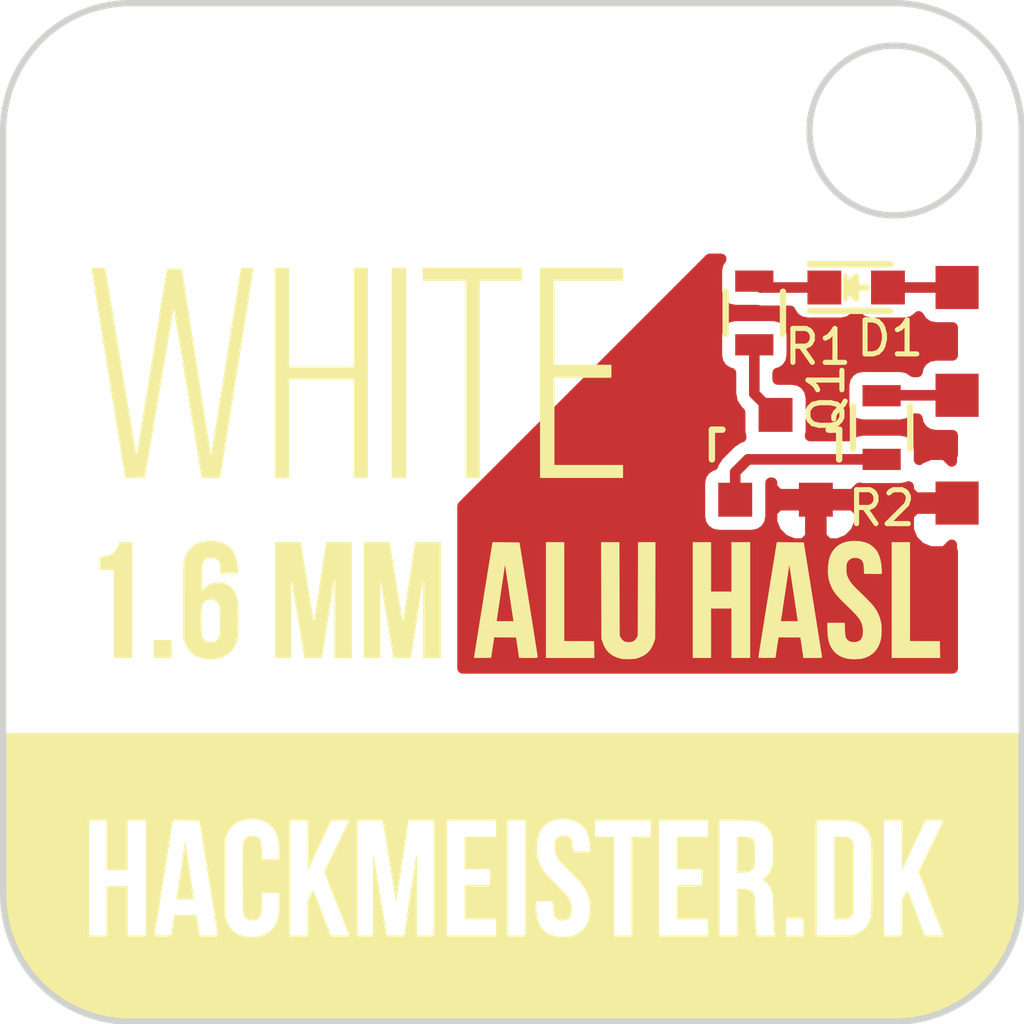
<source format=kicad_pcb>
(kicad_pcb (version 4) (host pcbnew "(2016-05-05 BZR 6775)-product")

  (general
    (links 6)
    (no_connects 0)
    (area 87.924999 87.924999 112.075001 112.075001)
    (thickness 1.6)
    (drawings 13)
    (tracks 13)
    (zones 0)
    (modules 8)
    (nets 7)
  )

  (page A4)
  (layers
    (0 F.Cu signal)
    (31 B.Cu signal)
    (32 B.Adhes user)
    (33 F.Adhes user)
    (34 B.Paste user)
    (35 F.Paste user)
    (36 B.SilkS user)
    (37 F.SilkS user)
    (38 B.Mask user)
    (39 F.Mask user)
    (40 Dwgs.User user hide)
    (41 Cmts.User user)
    (42 Eco1.User user)
    (43 Eco2.User user)
    (44 Edge.Cuts user)
    (45 Margin user)
    (46 B.CrtYd user)
    (47 F.CrtYd user)
    (48 B.Fab user)
    (49 F.Fab user)
  )

  (setup
    (last_trace_width 0.25)
    (user_trace_width 0.1524)
    (user_trace_width 0.1778)
    (user_trace_width 0.2032)
    (user_trace_width 0.254)
    (user_trace_width 0.508)
    (user_trace_width 0.762)
    (user_trace_width 0.9906)
    (user_trace_width 1.4986)
    (trace_clearance 0.1524)
    (zone_clearance 0.3)
    (zone_45_only no)
    (trace_min 0.1524)
    (segment_width 0.2)
    (edge_width 0.15)
    (via_size 0.6)
    (via_drill 0.4)
    (via_min_size 0.4)
    (via_min_drill 0.3)
    (uvia_size 0.3)
    (uvia_drill 0.1)
    (uvias_allowed no)
    (uvia_min_size 0.2)
    (uvia_min_drill 0.1)
    (pcb_text_width 0.3)
    (pcb_text_size 1.5 1.5)
    (mod_edge_width 0.15)
    (mod_text_size 1 1)
    (mod_text_width 0.15)
    (pad_size 0.6 0.6)
    (pad_drill 0.4)
    (pad_to_mask_clearance 0.2)
    (aux_axis_origin 0 0)
    (visible_elements FFFFFF7F)
    (pcbplotparams
      (layerselection 0x00030_ffffffff)
      (usegerberextensions false)
      (excludeedgelayer true)
      (linewidth 0.100000)
      (plotframeref false)
      (viasonmask false)
      (mode 1)
      (useauxorigin false)
      (hpglpennumber 1)
      (hpglpenspeed 20)
      (hpglpendiameter 15)
      (psnegative false)
      (psa4output false)
      (plotreference true)
      (plotvalue true)
      (plotinvisibletext false)
      (padsonsilk false)
      (subtractmaskfromsilk false)
      (outputformat 1)
      (mirror false)
      (drillshape 1)
      (scaleselection 1)
      (outputdirectory ""))
  )

  (net 0 "")
  (net 1 VCC)
  (net 2 "Net-(D1-Pad1)")
  (net 3 "Net-(P1-Pad1)")
  (net 4 GND)
  (net 5 "Net-(Q1-Pad1)")
  (net 6 "Net-(Q1-Pad3)")

  (net_class Default "This is the default net class."
    (clearance 0.1524)
    (trace_width 0.25)
    (via_dia 0.6)
    (via_drill 0.4)
    (uvia_dia 0.3)
    (uvia_drill 0.1)
    (add_net GND)
    (add_net "Net-(D1-Pad1)")
    (add_net "Net-(P1-Pad1)")
    (add_net "Net-(Q1-Pad1)")
    (add_net "Net-(Q1-Pad3)")
    (add_net VCC)
  )

  (module TO_SOT_Packages_SMD:SOT-23 (layer F.Cu) (tedit 57AE335C) (tstamp 57B74593)
    (at 106.2 98.7)
    (descr "SOT-23, Standard")
    (tags SOT-23)
    (path /57AE2531)
    (attr smd)
    (fp_text reference Q1 (at 1.2 -1.4 270) (layer F.SilkS)
      (effects (font (size 0.8 0.8) (thickness 0.12)))
    )
    (fp_text value BC817-40 (at 0 2.3) (layer F.Fab) hide
      (effects (font (size 1 1) (thickness 0.15)))
    )
    (fp_line (start -1.65 -1.6) (end 1.65 -1.6) (layer F.CrtYd) (width 0.05))
    (fp_line (start 1.65 -1.6) (end 1.65 1.6) (layer F.CrtYd) (width 0.05))
    (fp_line (start 1.65 1.6) (end -1.65 1.6) (layer F.CrtYd) (width 0.05))
    (fp_line (start -1.65 1.6) (end -1.65 -1.6) (layer F.CrtYd) (width 0.05))
    (fp_line (start 1.29916 -0.65024) (end 1.2509 -0.65024) (layer F.SilkS) (width 0.15))
    (fp_line (start -1.49982 0.0508) (end -1.49982 -0.65024) (layer F.SilkS) (width 0.15))
    (fp_line (start -1.49982 -0.65024) (end -1.2509 -0.65024) (layer F.SilkS) (width 0.15))
    (fp_line (start 1.29916 -0.65024) (end 1.49982 -0.65024) (layer F.SilkS) (width 0.15))
    (fp_line (start 1.49982 -0.65024) (end 1.49982 0.0508) (layer F.SilkS) (width 0.15))
    (pad 1 smd rect (at -0.95 1.00076) (size 0.8001 0.8001) (layers F.Cu F.Paste F.Mask)
      (net 5 "Net-(Q1-Pad1)"))
    (pad 2 smd rect (at 0.95 1.00076) (size 0.8001 0.8001) (layers F.Cu F.Paste F.Mask)
      (net 4 GND))
    (pad 3 smd rect (at 0 -0.99822) (size 0.8001 0.8001) (layers F.Cu F.Paste F.Mask)
      (net 6 "Net-(Q1-Pad3)"))
    (model TO_SOT_Packages_SMD.3dshapes/SOT-23.wrl
      (at (xyz 0 0 0))
      (scale (xyz 1 1 1))
      (rotate (xyz 0 0 0))
    )
  )

  (module Connectors:Small_SMD_Proto_Pad (layer F.Cu) (tedit 57ADB3CE) (tstamp 57B74579)
    (at 110.478372 97.24 180)
    (path /57AE27F8)
    (fp_text reference P1 (at 0 1.905 180) (layer F.SilkS) hide
      (effects (font (size 1 1) (thickness 0.15)))
    )
    (fp_text value CONN_01X01 (at 0 -1.905 180) (layer F.Fab) hide
      (effects (font (size 1 1) (thickness 0.15)))
    )
    (pad 1 smd rect (at 0 0 180) (size 1.016 1.016) (layers F.Cu F.Paste F.Mask)
      (net 3 "Net-(P1-Pad1)"))
  )

  (module Connectors:Small_SMD_Proto_Pad (layer F.Cu) (tedit 57ADB3CE) (tstamp 57B7457E)
    (at 110.478372 94.7 180)
    (path /57AE2A64)
    (fp_text reference P2 (at 0 1.905 180) (layer F.SilkS) hide
      (effects (font (size 1 1) (thickness 0.15)))
    )
    (fp_text value CONN_01X01 (at 0 -1.905 180) (layer F.Fab) hide
      (effects (font (size 1 1) (thickness 0.15)))
    )
    (pad 1 smd rect (at 0 0 180) (size 1.016 1.016) (layers F.Cu F.Paste F.Mask)
      (net 1 VCC))
  )

  (module Connectors:Small_SMD_Proto_Pad (layer F.Cu) (tedit 57ADB3CE) (tstamp 57B74583)
    (at 110.478372 99.78 180)
    (path /57AE2ABA)
    (fp_text reference P3 (at 0 1.905 180) (layer F.SilkS) hide
      (effects (font (size 1 1) (thickness 0.15)))
    )
    (fp_text value CONN_01X01 (at 0 -1.905 180) (layer F.Fab) hide
      (effects (font (size 1 1) (thickness 0.15)))
    )
    (pad 1 smd rect (at 0 0 180) (size 1.016 1.016) (layers F.Cu F.Paste F.Mask)
      (net 4 GND))
  )

  (module Aesthetics:Sample-White-1.6mm-alu-hasl (layer F.Cu) (tedit 0) (tstamp 57B004DB)
    (at 99.978372 102.6)
    (fp_text reference G*** (at 0 0) (layer F.SilkS) hide
      (effects (font (thickness 0.3)))
    )
    (fp_text value LOGO (at 0.75 0) (layer F.SilkS) hide
      (effects (font (thickness 0.3)))
    )
    (fp_poly (pts (xy 11.998814 4.654021) (xy 11.995513 6.704542) (xy 11.97155 6.851722) (xy 11.919813 7.107122)
      (xy 11.849344 7.353246) (xy 11.760306 7.589667) (xy 11.652866 7.815957) (xy 11.52719 8.03169)
      (xy 11.495318 8.080375) (xy 11.406374 8.207559) (xy 11.316975 8.322725) (xy 11.221581 8.432501)
      (xy 11.114655 8.543515) (xy 11.079471 8.57808) (xy 10.893922 8.744788) (xy 10.699112 8.893142)
      (xy 10.49433 9.023501) (xy 10.278868 9.136223) (xy 10.052017 9.231665) (xy 9.813068 9.310185)
      (xy 9.561311 9.372142) (xy 9.471059 9.389794) (xy 9.339791 9.413844) (xy 0.037041 9.415441)
      (xy -0.505386 9.41553) (xy -1.027039 9.415608) (xy -1.528311 9.415674) (xy -2.009595 9.415727)
      (xy -2.471284 9.415768) (xy -2.913772 9.415794) (xy -3.33745 9.415807) (xy -3.742712 9.415804)
      (xy -4.12995 9.415787) (xy -4.499559 9.415753) (xy -4.85193 9.415704) (xy -5.187456 9.415637)
      (xy -5.506531 9.415553) (xy -5.809547 9.41545) (xy -6.096897 9.415329) (xy -6.368974 9.415189)
      (xy -6.626172 9.41503) (xy -6.868882 9.41485) (xy -7.097499 9.414649) (xy -7.312414 9.414427)
      (xy -7.514021 9.414183) (xy -7.702713 9.413916) (xy -7.878883 9.413627) (xy -8.042923 9.413314)
      (xy -8.195226 9.412977) (xy -8.336186 9.412616) (xy -8.466195 9.412229) (xy -8.585647 9.411816)
      (xy -8.694933 9.411378) (xy -8.794448 9.410912) (xy -8.884584 9.410419) (xy -8.965733 9.409898)
      (xy -9.038289 9.409349) (xy -9.102646 9.40877) (xy -9.159195 9.408162) (xy -9.208329 9.407524)
      (xy -9.250442 9.406855) (xy -9.285926 9.406155) (xy -9.315175 9.405424) (xy -9.338581 9.40466)
      (xy -9.356538 9.403863) (xy -9.369437 9.403032) (xy -9.376834 9.402285) (xy -9.612579 9.362104)
      (xy -9.838923 9.304953) (xy -10.059714 9.22964) (xy -10.2788 9.134971) (xy -10.345256 9.102373)
      (xy -10.566048 8.979516) (xy -10.773866 8.840306) (xy -10.968019 8.685628) (xy -11.14782 8.516366)
      (xy -11.312579 8.333403) (xy -11.461607 8.137623) (xy -11.594216 7.929911) (xy -11.709717 7.711149)
      (xy -11.80742 7.482222) (xy -11.886637 7.244014) (xy -11.931982 7.06662) (xy -11.9394 7.034022)
      (xy -11.946215 7.004499) (xy -11.952455 6.977086) (xy -11.958147 6.950824) (xy -11.963316 6.924751)
      (xy -11.967991 6.897904) (xy -11.972196 6.869322) (xy -11.97596 6.838044) (xy -11.979309 6.803108)
      (xy -11.982269 6.763552) (xy -11.984868 6.718414) (xy -11.987131 6.666734) (xy -11.989086 6.607548)
      (xy -11.99076 6.539896) (xy -11.992178 6.462816) (xy -11.993369 6.375347) (xy -11.994358 6.276526)
      (xy -11.995172 6.165392) (xy -11.995837 6.040983) (xy -11.996382 5.902338) (xy -11.996832 5.748496)
      (xy -11.997213 5.578493) (xy -11.997554 5.391369) (xy -11.997879 5.186163) (xy -11.998217 4.961912)
      (xy -11.998594 4.717654) (xy -11.998679 4.664604) (xy -11.998691 4.656667) (xy -9.958917 4.656667)
      (xy -9.958917 7.376584) (xy -9.535584 7.376584) (xy -9.535584 6.212417) (xy -9.04875 6.212417)
      (xy -9.04875 7.376584) (xy -8.614834 7.376584) (xy -8.614834 7.370588) (xy -8.41375 7.370588)
      (xy -8.403715 7.372469) (xy -8.375794 7.37383) (xy -8.33326 7.37461) (xy -8.279389 7.374752)
      (xy -8.217455 7.374195) (xy -8.215771 7.374171) (xy -8.017791 7.371292) (xy -7.999714 7.249584)
      (xy -7.989962 7.184092) (xy -7.978904 7.110087) (xy -7.968299 7.039331) (xy -7.963684 7.00863)
      (xy -7.945731 6.889386) (xy -7.685035 6.892214) (xy -7.42434 6.895042) (xy -7.401213 7.0485)
      (xy -7.391642 7.112365) (xy -7.381971 7.177508) (xy -7.373238 7.236898) (xy -7.366481 7.283508)
      (xy -7.365658 7.289271) (xy -7.353231 7.376584) (xy -7.137366 7.376584) (xy -7.064413 7.376459)
      (xy -7.009959 7.375934) (xy -6.971338 7.374778) (xy -6.945884 7.372762) (xy -6.93093 7.369658)
      (xy -6.923809 7.365236) (xy -6.921855 7.359266) (xy -6.921845 7.358063) (xy -6.923533 7.345496)
      (xy -6.928376 7.313288) (xy -6.936176 7.2627) (xy -6.946733 7.194989) (xy -6.959849 7.111414)
      (xy -6.975324 7.013235) (xy -6.99296 6.901709) (xy -7.012556 6.778097) (xy -7.033915 6.643657)
      (xy -7.056836 6.499647) (xy -7.081121 6.347327) (xy -7.106571 6.187955) (xy -7.132987 6.022791)
      (xy -7.136515 6.00075) (xy -7.279681 5.106459) (xy -6.746875 5.106459) (xy -6.746875 6.926792)
      (xy -6.717885 7.012288) (xy -6.673393 7.1171) (xy -6.616353 7.205089) (xy -6.54602 7.276901)
      (xy -6.461648 7.333184) (xy -6.36249 7.374587) (xy -6.275121 7.396827) (xy -6.224164 7.403283)
      (xy -6.159867 7.406326) (xy -6.089764 7.406056) (xy -6.021387 7.402573) (xy -5.962271 7.395976)
      (xy -5.942542 7.392412) (xy -5.838681 7.36096) (xy -5.745766 7.313192) (xy -5.6657 7.250522)
      (xy -5.600389 7.174367) (xy -5.562619 7.110042) (xy -5.541848 7.066116) (xy -5.52537 7.026715)
      (xy -5.512636 6.988486) (xy -5.503099 6.948072) (xy -5.496212 6.902116) (xy -5.491427 6.847263)
      (xy -5.488196 6.780157) (xy -5.485972 6.697441) (xy -5.484797 6.633104) (xy -5.480325 6.360584)
      (xy -5.884334 6.360584) (xy -5.884543 6.553729) (xy -5.885594 6.657013) (xy -5.888872 6.741541)
      (xy -5.894939 6.809657) (xy -5.904355 6.863706) (xy -5.917679 6.906034) (xy -5.935472 6.938984)
      (xy -5.958294 6.964901) (xy -5.986705 6.98613) (xy -5.988055 6.98697) (xy -6.014592 7.000494)
      (xy -6.043987 7.007972) (xy -6.083674 7.010922) (xy -6.106606 7.011177) (xy -6.177296 7.004394)
      (xy -6.232802 6.983338) (xy -6.274471 6.946959) (xy -6.303646 6.894206) (xy -6.317456 6.846509)
      (xy -6.320005 6.823326) (xy -6.322234 6.779105) (xy -6.324142 6.713971) (xy -6.325728 6.628052)
      (xy -6.32699 6.521473) (xy -6.327926 6.394361) (xy -6.328535 6.246842) (xy -6.328814 6.079041)
      (xy -6.328834 6.016625) (xy -6.328668 5.841874) (xy -6.328173 5.687361) (xy -6.327349 5.553211)
      (xy -6.326199 5.439552) (xy -6.324724 5.346508) (xy -6.322927 5.274207) (xy -6.320808 5.222775)
      (xy -6.318369 5.192338) (xy -6.317456 5.186741) (xy -6.305782 5.147368) (xy -6.289724 5.11044)
      (xy -6.282975 5.098908) (xy -6.244594 5.058883) (xy -6.194542 5.032112) (xy -6.137498 5.018611)
      (xy -6.078146 5.018395) (xy -6.021166 5.031481) (xy -5.97124 5.057885) (xy -5.933049 5.097622)
      (xy -5.932987 5.097715) (xy -5.91528 5.132963) (xy -5.901915 5.179799) (xy -5.892566 5.24046)
      (xy -5.886911 5.317187) (xy -5.884623 5.412218) (xy -5.884543 5.431896) (xy -5.884334 5.577417)
      (xy -5.480062 5.577417) (xy -5.484842 5.352521) (xy -5.48726 5.263081) (xy -5.490765 5.19087)
      (xy -5.496072 5.131952) (xy -5.503892 5.082392) (xy -5.514938 5.038256) (xy -5.529924 4.995607)
      (xy -5.549561 4.950512) (xy -5.562619 4.923208) (xy -5.616396 4.836083) (xy -5.685232 4.763502)
      (xy -5.768496 4.705802) (xy -5.865554 4.663321) (xy -5.892795 4.656667) (xy -5.228167 4.656667)
      (xy -5.228167 7.376584) (xy -4.804834 7.376584) (xy -4.804834 6.550555) (xy -4.766501 6.47409)
      (xy -4.744025 6.430233) (xy -4.721026 6.386928) (xy -4.702258 6.353112) (xy -4.701286 6.351435)
      (xy -4.685215 6.324691) (xy -4.675739 6.314139) (xy -4.668877 6.317636) (xy -4.662022 6.330268)
      (xy -4.655927 6.344806) (xy -4.643069 6.377163) (xy -4.624209 6.425373) (xy -4.600107 6.487471)
      (xy -4.571523 6.561491) (xy -4.539218 6.645467) (xy -4.503952 6.737433) (xy -4.466485 6.835425)
      (xy -4.454839 6.865938) (xy -4.260038 7.376584) (xy -4.040311 7.376584) (xy -3.9747 7.376385)
      (xy -3.916903 7.375829) (xy -3.870029 7.374978) (xy -3.837187 7.373894) (xy -3.821487 7.372636)
      (xy -3.820584 7.372243) (xy -3.824372 7.361943) (xy -3.835335 7.33349) (xy -3.852872 7.288415)
      (xy -3.876382 7.228252) (xy -3.905264 7.154534) (xy -3.938917 7.068792) (xy -3.976739 6.97256)
      (xy -4.01813 6.867371) (xy -4.062488 6.754756) (xy -4.109212 6.63625) (xy -4.112166 6.628763)
      (xy -4.159102 6.509611) (xy -4.203727 6.395993) (xy -4.245434 6.289471) (xy -4.283618 6.19161)
      (xy -4.317672 6.103973) (xy -4.34699 6.028125) (xy -4.370967 5.965629) (xy -4.388995 5.918049)
      (xy -4.40047 5.886949) (xy -4.404784 5.873891) (xy -4.4048 5.87375) (xy -4.400437 5.861685)
      (xy -4.387493 5.8323) (xy -4.36676 5.787253) (xy -4.339027 5.728205) (xy -4.305083 5.656814)
      (xy -4.265719 5.574741) (xy -4.221724 5.483644) (xy -4.173889 5.385183) (xy -4.123001 5.281017)
      (xy -4.113219 5.261056) (xy -4.061919 5.156374) (xy -4.013482 5.057418) (xy -3.968694 4.965806)
      (xy -3.928345 4.883156) (xy -3.893223 4.811087) (xy -3.864117 4.751216) (xy -3.841814 4.705162)
      (xy -3.827104 4.674543) (xy -3.820775 4.660978) (xy -3.820584 4.660452) (xy -3.830642 4.65931)
      (xy -3.858719 4.65831) (xy -3.901664 4.657507) (xy -3.95633 4.656956) (xy -4.019568 4.656712)
      (xy -4.034896 4.656705) (xy -4.249209 4.656743) (xy -4.524375 5.240996) (xy -4.799542 5.825249)
      (xy -4.802278 5.240958) (xy -4.805013 4.656667) (xy -3.630084 4.656667) (xy -3.630084 7.376584)
      (xy -3.259667 7.376584) (xy -3.259667 6.438195) (xy -3.259611 6.299416) (xy -3.259447 6.166944)
      (xy -3.259185 6.042273) (xy -3.258831 5.926897) (xy -3.258395 5.82231) (xy -3.257884 5.730005)
      (xy -3.257308 5.651476) (xy -3.256673 5.588218) (xy -3.255988 5.541723) (xy -3.255262 5.513486)
      (xy -3.254543 5.50493) (xy -3.252284 5.515649) (xy -3.246871 5.545439) (xy -3.238607 5.592488)
      (xy -3.227795 5.654985) (xy -3.214739 5.73112) (xy -3.199743 5.819079) (xy -3.18311 5.917053)
      (xy -3.165145 6.02323) (xy -3.146149 6.135798) (xy -3.126428 6.252947) (xy -3.106286 6.372864)
      (xy -3.086024 6.493738) (xy -3.065948 6.613759) (xy -3.046361 6.731114) (xy -3.027566 6.843993)
      (xy -3.009867 6.950584) (xy -2.993568 7.049076) (xy -2.978972 7.137657) (xy -2.966383 7.214516)
      (xy -2.956106 7.277842) (xy -2.948442 7.325823) (xy -2.943696 7.356648) (xy -2.942167 7.368381)
      (xy -2.93212 7.370907) (xy -2.904118 7.373117) (xy -2.861376 7.374885) (xy -2.807104 7.37608)
      (xy -2.744515 7.376577) (xy -2.736272 7.376584) (xy -2.530376 7.376584) (xy -2.52438 7.342188)
      (xy -2.521918 7.326727) (xy -2.516526 7.291917) (xy -2.508444 7.239337) (xy -2.497914 7.170567)
      (xy -2.485177 7.087184) (xy -2.470473 6.990767) (xy -2.454043 6.882896) (xy -2.436128 6.76515)
      (xy -2.416968 6.639107) (xy -2.396806 6.506346) (xy -2.380336 6.397817) (xy -2.35964 6.261686)
      (xy -2.339781 6.131618) (xy -2.320994 6.009125) (xy -2.303515 5.895721) (xy -2.28758 5.792918)
      (xy -2.273426 5.702228) (xy -2.261287 5.625165) (xy -2.2514 5.563241) (xy -2.244002 5.517969)
      (xy -2.239327 5.490861) (xy -2.237686 5.483241) (xy -2.237009 5.492887) (xy -2.236361 5.522213)
      (xy -2.235752 5.569732) (xy -2.235186 5.633957) (xy -2.234673 5.713403) (xy -2.234218 5.806582)
      (xy -2.23383 5.912008) (xy -2.233515 6.028194) (xy -2.233281 6.153653) (xy -2.233135 6.286899)
      (xy -2.233084 6.426445) (xy -2.233084 7.376584) (xy -1.830917 7.376584) (xy -1.830917 4.656667)
      (xy -1.524 4.656667) (xy -1.524 7.376584) (xy -0.359834 7.376584) (xy -0.359834 6.985)
      (xy -1.100667 6.985) (xy -1.100667 6.19125) (xy -0.507523 6.19125) (xy -0.510408 5.998104)
      (xy -0.513292 5.804959) (xy -0.80698 5.802145) (xy -1.100667 5.799332) (xy -1.100667 5.04825)
      (xy -0.359834 5.04825) (xy -0.359834 4.656667) (xy -0.09525 4.656667) (xy -0.09525 7.376584)
      (xy 0.328083 7.376584) (xy 0.328083 6.556375) (xy 0.576791 6.556375) (xy 0.579046 6.715125)
      (xy 0.587322 6.853269) (xy 0.608261 6.974757) (xy 0.642278 7.080196) (xy 0.689789 7.170193)
      (xy 0.75121 7.245356) (xy 0.826955 7.306292) (xy 0.91744 7.353608) (xy 1.023081 7.387911)
      (xy 1.042458 7.392466) (xy 1.102379 7.401574) (xy 1.175003 7.406156) (xy 1.252353 7.406214)
      (xy 1.326455 7.401751) (xy 1.389336 7.392769) (xy 1.391404 7.392337) (xy 1.439248 7.377901)
      (xy 7.186083 7.377901) (xy 7.60677 7.374306) (xy 8.027458 7.37071) (xy 8.112125 7.341829)
      (xy 8.209835 7.299093) (xy 8.292371 7.242409) (xy 8.360284 7.171121) (xy 8.414124 7.08457)
      (xy 8.454442 6.982098) (xy 8.472754 6.910917) (xy 8.475758 6.885911) (xy 8.478454 6.841803)
      (xy 8.480843 6.780656) (xy 8.482924 6.704533) (xy 8.484697 6.615496) (xy 8.486162 6.515607)
      (xy 8.48732 6.40693) (xy 8.48817 6.291527) (xy 8.488712 6.171461) (xy 8.488946 6.048794)
      (xy 8.488872 5.925589) (xy 8.488491 5.803909) (xy 8.487802 5.685816) (xy 8.486805 5.573372)
      (xy 8.4855 5.468642) (xy 8.483887 5.373686) (xy 8.481967 5.290568) (xy 8.479739 5.221351)
      (xy 8.477203 5.168097) (xy 8.474359 5.132869) (xy 8.472754 5.122334) (xy 8.445313 5.022146)
      (xy 8.408411 4.937104) (xy 8.362424 4.865648) (xy 8.296123 4.794326) (xy 8.216529 4.737823)
      (xy 8.12162 4.694735) (xy 8.112125 4.691422) (xy 8.027458 4.66254) (xy 7.60677 4.658945)
      (xy 7.340273 4.656667) (xy 8.773583 4.656667) (xy 8.773583 7.376584) (xy 9.196916 7.376584)
      (xy 9.196916 6.550555) (xy 9.235249 6.47409) (xy 9.257725 6.430233) (xy 9.280724 6.386928)
      (xy 9.299492 6.353112) (xy 9.300464 6.351435) (xy 9.316535 6.324691) (xy 9.326011 6.314139)
      (xy 9.332873 6.317636) (xy 9.339728 6.330268) (xy 9.345823 6.344806) (xy 9.358681 6.377163)
      (xy 9.377541 6.425373) (xy 9.401643 6.487471) (xy 9.430227 6.561491) (xy 9.462532 6.645467)
      (xy 9.497798 6.737433) (xy 9.535265 6.835425) (xy 9.546911 6.865938) (xy 9.741712 7.376584)
      (xy 9.961439 7.376584) (xy 10.02705 7.376385) (xy 10.084847 7.375829) (xy 10.131721 7.374978)
      (xy 10.164563 7.373894) (xy 10.180263 7.372636) (xy 10.181166 7.372243) (xy 10.177378 7.361943)
      (xy 10.166415 7.33349) (xy 10.148878 7.288415) (xy 10.125368 7.228252) (xy 10.096486 7.154534)
      (xy 10.062833 7.068792) (xy 10.025011 6.97256) (xy 9.98362 6.867371) (xy 9.939262 6.754756)
      (xy 9.892538 6.63625) (xy 9.889584 6.628763) (xy 9.842648 6.509611) (xy 9.798023 6.395993)
      (xy 9.756316 6.289471) (xy 9.718132 6.19161) (xy 9.684078 6.103973) (xy 9.65476 6.028125)
      (xy 9.630783 5.965629) (xy 9.612755 5.918049) (xy 9.60128 5.886949) (xy 9.596966 5.873891)
      (xy 9.59695 5.87375) (xy 9.601313 5.861685) (xy 9.614257 5.8323) (xy 9.63499 5.787253)
      (xy 9.662723 5.728205) (xy 9.696667 5.656814) (xy 9.736031 5.574741) (xy 9.780026 5.483644)
      (xy 9.827861 5.385183) (xy 9.878749 5.281017) (xy 9.888531 5.261056) (xy 9.939831 5.156374)
      (xy 9.988268 5.057418) (xy 10.033056 4.965806) (xy 10.073405 4.883156) (xy 10.108527 4.811087)
      (xy 10.137633 4.751216) (xy 10.159936 4.705162) (xy 10.174646 4.674543) (xy 10.180975 4.660978)
      (xy 10.181166 4.660452) (xy 10.171108 4.65931) (xy 10.143031 4.65831) (xy 10.100086 4.657507)
      (xy 10.04542 4.656956) (xy 9.982182 4.656712) (xy 9.966854 4.656705) (xy 9.752541 4.656743)
      (xy 9.477375 5.240996) (xy 9.202208 5.825249) (xy 9.199472 5.240958) (xy 9.196737 4.656667)
      (xy 8.773583 4.656667) (xy 7.340273 4.656667) (xy 7.186083 4.655349) (xy 7.186083 7.377901)
      (xy 1.439248 7.377901) (xy 1.497383 7.36036) (xy 1.5909 7.312399) (xy 1.67073 7.249362)
      (xy 1.735649 7.17216) (xy 1.771631 7.110042) (xy 1.801484 7.042762) (xy 1.822771 6.97844)
      (xy 1.836996 6.910525) (xy 1.845666 6.832467) (xy 1.849029 6.773334) (xy 1.84954 6.666007)
      (xy 1.840618 6.57076) (xy 1.821131 6.480201) (xy 1.789947 6.386941) (xy 1.789833 6.386644)
      (xy 1.77023 6.339317) (xy 1.748296 6.294307) (xy 1.722563 6.249843) (xy 1.691563 6.20415)
      (xy 1.653828 6.155458) (xy 1.607889 6.101991) (xy 1.55228 6.041978) (xy 1.485532 5.973646)
      (xy 1.406177 5.895222) (xy 1.312747 5.804932) (xy 1.290672 5.783792) (xy 1.215576 5.709031)
      (xy 1.155891 5.642569) (xy 1.109217 5.581265) (xy 1.073156 5.521977) (xy 1.046076 5.463493)
      (xy 1.034863 5.431829) (xy 1.027621 5.400249) (xy 1.023538 5.362714) (xy 1.021803 5.313186)
      (xy 1.02156 5.281084) (xy 1.021856 5.226849) (xy 1.023568 5.188503) (xy 1.027512 5.160777)
      (xy 1.034503 5.1384) (xy 1.045356 5.116103) (xy 1.04775 5.11175) (xy 1.083759 5.067515)
      (xy 1.132964 5.036073) (xy 1.190842 5.018641) (xy 1.252869 5.016432) (xy 1.314521 5.030662)
      (xy 1.328208 5.036405) (xy 1.365805 5.057158) (xy 1.393627 5.082245) (xy 1.413295 5.115182)
      (xy 1.42643 5.159482) (xy 1.434653 5.218662) (xy 1.438616 5.275792) (xy 1.444625 5.392209)
      (xy 1.852083 5.397957) (xy 1.852083 5.326014) (xy 1.846366 5.214463) (xy 1.829964 5.105909)
      (xy 1.803997 5.005268) (xy 1.769586 4.917455) (xy 1.750908 4.882174) (xy 1.693273 4.80436)
      (xy 1.619935 4.739507) (xy 1.532504 4.688399) (xy 1.445832 4.656667) (xy 1.9685 4.656667)
      (xy 1.9685 5.04825) (xy 2.413 5.04825) (xy 2.413 7.376584) (xy 2.836333 7.376584)
      (xy 2.836333 5.048671) (xy 3.286125 5.042959) (xy 3.289009 4.849813) (xy 3.291894 4.656667)
      (xy 3.471333 4.656667) (xy 3.471333 7.376584) (xy 4.6355 7.376584) (xy 4.900083 7.376584)
      (xy 5.323416 7.376584) (xy 5.323416 6.275917) (xy 5.426604 6.275976) (xy 5.511488 6.279584)
      (xy 5.57896 6.291338) (xy 5.631726 6.312798) (xy 5.672488 6.34552) (xy 5.703951 6.391063)
      (xy 5.728464 6.449924) (xy 5.731135 6.467732) (xy 5.733967 6.504214) (xy 5.736853 6.556878)
      (xy 5.739688 6.623231) (xy 5.742366 6.700783) (xy 5.744781 6.787042) (xy 5.746828 6.879516)
      (xy 5.746922 6.884459) (xy 5.749676 7.011034) (xy 5.752738 7.116631) (xy 5.756116 7.201434)
      (xy 5.759819 7.265629) (xy 5.763856 7.309402) (xy 5.767815 7.331604) (xy 5.781074 7.376584)
      (xy 6.220524 7.376584) (xy 6.205005 7.331604) (xy 6.19458 7.288814) (xy 6.186035 7.226182)
      (xy 6.179354 7.143463) (xy 6.174523 7.040411) (xy 6.172667 6.963834) (xy 6.466416 6.963834)
      (xy 6.466416 7.376584) (xy 6.879166 7.376584) (xy 6.879166 6.963834) (xy 6.466416 6.963834)
      (xy 6.172667 6.963834) (xy 6.171526 6.916779) (xy 6.170349 6.772323) (xy 6.170333 6.760796)
      (xy 6.169885 6.663256) (xy 6.168648 6.584186) (xy 6.166499 6.520898) (xy 6.163315 6.470706)
      (xy 6.158973 6.430924) (xy 6.153818 6.401062) (xy 6.123408 6.296604) (xy 6.079567 6.208451)
      (xy 6.022316 6.13664) (xy 5.959007 6.085796) (xy 5.905857 6.05169) (xy 5.968591 6.005507)
      (xy 6.034034 5.946303) (xy 6.086221 5.873932) (xy 6.126957 5.785759) (xy 6.135009 5.762625)
      (xy 6.144197 5.733526) (xy 6.151223 5.706839) (xy 6.156456 5.67894) (xy 6.160263 5.646204)
      (xy 6.163012 5.605007) (xy 6.165071 5.551723) (xy 6.166809 5.482729) (xy 6.167681 5.440767)
      (xy 6.168972 5.338041) (xy 6.168119 5.252921) (xy 6.164807 5.181924) (xy 6.158722 5.12157)
      (xy 6.149547 5.068375) (xy 6.136969 5.018858) (xy 6.126584 4.986306) (xy 6.08565 4.898256)
      (xy 6.027676 4.822129) (xy 5.953807 4.759014) (xy 5.865188 4.710004) (xy 5.817243 4.69164)
      (xy 5.730875 4.662789) (xy 4.900083 4.655143) (xy 4.900083 7.376584) (xy 4.6355 7.376584)
      (xy 4.6355 6.985) (xy 3.894666 6.985) (xy 3.894666 6.19125) (xy 4.48781 6.19125)
      (xy 4.484926 5.998104) (xy 4.482041 5.804959) (xy 4.188354 5.802145) (xy 3.894666 5.799332)
      (xy 3.894666 5.04825) (xy 4.6355 5.04825) (xy 4.6355 4.656667) (xy 3.471333 4.656667)
      (xy 3.291894 4.656667) (xy 1.9685 4.656667) (xy 1.445832 4.656667) (xy 1.432592 4.65182)
      (xy 1.321808 4.630557) (xy 1.223327 4.625101) (xy 1.098799 4.632724) (xy 0.98885 4.655295)
      (xy 0.892846 4.693045) (xy 0.810153 4.746205) (xy 0.757541 4.795185) (xy 0.700644 4.866504)
      (xy 0.656826 4.944724) (xy 0.624834 5.033147) (xy 0.603418 5.135075) (xy 0.593007 5.229233)
      (xy 0.589903 5.36366) (xy 0.602489 5.486932) (xy 0.631446 5.602819) (xy 0.677452 5.715089)
      (xy 0.682444 5.725128) (xy 0.702947 5.764038) (xy 0.724597 5.800831) (xy 0.748981 5.837317)
      (xy 0.777689 5.875307) (xy 0.812307 5.91661) (xy 0.854426 5.963035) (xy 0.905632 6.016392)
      (xy 0.967516 6.078492) (xy 1.041665 6.151143) (xy 1.129667 6.236156) (xy 1.137999 6.244167)
      (xy 1.219409 6.325856) (xy 1.284287 6.399341) (xy 1.334231 6.467341) (xy 1.370842 6.532573)
      (xy 1.395717 6.597756) (xy 1.410457 6.665605) (xy 1.415585 6.71588) (xy 1.415348 6.805138)
      (xy 1.402254 6.877765) (xy 1.376008 6.934162) (xy 1.33632 6.974731) (xy 1.282895 6.999871)
      (xy 1.215443 7.009986) (xy 1.201208 7.010243) (xy 1.140434 7.006017) (xy 1.09362 6.991945)
      (xy 1.055034 6.965935) (xy 1.040517 6.95161) (xy 1.02237 6.928857) (xy 1.008872 6.902701)
      (xy 0.999167 6.86941) (xy 0.9924 6.825254) (xy 0.987713 6.766504) (xy 0.985017 6.709834)
      (xy 0.978958 6.556375) (xy 0.576791 6.556375) (xy 0.328083 6.556375) (xy 0.328083 4.656667)
      (xy -0.09525 4.656667) (xy -0.359834 4.656667) (xy -1.524 4.656667) (xy -1.830917 4.656667)
      (xy -2.428875 4.656673) (xy -2.571298 5.598587) (xy -2.592291 5.737015) (xy -2.612476 5.869312)
      (xy -2.631621 5.994004) (xy -2.649494 6.109611) (xy -2.665861 6.214657) (xy -2.68049 6.307666)
      (xy -2.69315 6.387159) (xy -2.703608 6.451661) (xy -2.711631 6.499694) (xy -2.716987 6.52978)
      (xy -2.719444 6.540444) (xy -2.719464 6.540449) (xy -2.72197 6.53024) (xy -2.727603 6.500607)
      (xy -2.736115 6.453026) (xy -2.747256 6.388969) (xy -2.760777 6.30991) (xy -2.776429 6.217322)
      (xy -2.793963 6.112679) (xy -2.813131 5.997453) (xy -2.833683 5.873118) (xy -2.855369 5.741147)
      (xy -2.877942 5.603014) (xy -2.878667 5.598565) (xy -3.032125 4.656731) (xy -3.331105 4.656699)
      (xy -3.630084 4.656667) (xy -4.805013 4.656667) (xy -5.228167 4.656667) (xy -5.892795 4.656667)
      (xy -5.975776 4.636398) (xy -6.098528 4.62537) (xy -6.12037 4.625101) (xy -6.246239 4.633039)
      (xy -6.358673 4.657316) (xy -6.457654 4.69792) (xy -6.543164 4.754839) (xy -6.615186 4.828064)
      (xy -6.673704 4.917581) (xy -6.717885 5.020962) (xy -6.746875 5.106459) (xy -7.279681 5.106459)
      (xy -7.350841 4.661959) (xy -7.978083 4.656355) (xy -7.984281 4.685615) (xy -7.986635 4.699235)
      (xy -7.992049 4.732068) (xy -8.00028 4.782598) (xy -8.011087 4.849312) (xy -8.024227 4.930695)
      (xy -8.039458 5.025233) (xy -8.056537 5.131412) (xy -8.075223 5.247717) (xy -8.095273 5.372635)
      (xy -8.116446 5.50465) (xy -8.138498 5.642249) (xy -8.161188 5.783917) (xy -8.184274 5.928141)
      (xy -8.207512 6.073405) (xy -8.230662 6.218196) (xy -8.253481 6.360999) (xy -8.275726 6.500301)
      (xy -8.297155 6.634586) (xy -8.317527 6.76234) (xy -8.336599 6.88205) (xy -8.354128 6.992201)
      (xy -8.369873 7.091278) (xy -8.383592 7.177768) (xy -8.395041 7.250156) (xy -8.40398 7.306928)
      (xy -8.410165 7.346569) (xy -8.413354 7.367566) (xy -8.41375 7.370588) (xy -8.614834 7.370588)
      (xy -8.614834 4.656667) (xy -9.04875 4.656667) (xy -9.04875 5.820834) (xy -9.535584 5.820834)
      (xy -9.535584 4.656667) (xy -9.958917 4.656667) (xy -11.998691 4.656667) (xy -12.002013 2.6035)
      (xy 12.002114 2.6035) (xy 11.998814 4.654021)) (layer F.SilkS) (width 0.01))
    (fp_poly (pts (xy -6.960528 -1.917801) (xy -6.847531 -1.893719) (xy -6.748516 -1.853749) (xy -6.663494 -1.797902)
      (xy -6.592478 -1.72619) (xy -6.535479 -1.638625) (xy -6.492508 -1.535218) (xy -6.463576 -1.415982)
      (xy -6.448865 -1.28393) (xy -6.442025 -1.164166) (xy -6.855659 -1.164166) (xy -6.859728 -1.277937)
      (xy -6.862348 -1.332227) (xy -6.866338 -1.370959) (xy -6.872748 -1.399737) (xy -6.88263 -1.424169)
      (xy -6.8896 -1.43721) (xy -6.920874 -1.480786) (xy -6.958669 -1.509134) (xy -7.007263 -1.524432)
      (xy -7.069667 -1.528862) (xy -7.136821 -1.523809) (xy -7.188589 -1.507559) (xy -7.228678 -1.478058)
      (xy -7.26079 -1.433253) (xy -7.268346 -1.418728) (xy -7.297209 -1.359958) (xy -7.300448 -1.042697)
      (xy -7.303688 -0.725435) (xy -7.272658 -0.76753) (xy -7.218112 -0.831049) (xy -7.158414 -0.8785)
      (xy -7.106709 -0.906557) (xy -7.046684 -0.926474) (xy -6.974262 -0.938575) (xy -6.896885 -0.942419)
      (xy -6.821994 -0.937571) (xy -6.766768 -0.926551) (xy -6.683228 -0.892214) (xy -6.610693 -0.840342)
      (xy -6.550333 -0.772145) (xy -6.503321 -0.688833) (xy -6.482198 -0.632697) (xy -6.468915 -0.586716)
      (xy -6.45817 -0.539556) (xy -6.449775 -0.488594) (xy -6.443543 -0.43121) (xy -6.439285 -0.36478)
      (xy -6.436813 -0.286683) (xy -6.435938 -0.194297) (xy -6.436473 -0.085) (xy -6.437415 -0.008648)
      (xy -6.439032 0.09115) (xy -6.44081 0.172313) (xy -6.442892 0.237373) (xy -6.445423 0.288862)
      (xy -6.448547 0.329312) (xy -6.452407 0.361256) (xy -6.457149 0.387224) (xy -6.46079 0.402167)
      (xy -6.500159 0.51469) (xy -6.553611 0.611441) (xy -6.620981 0.692304) (xy -6.702106 0.757161)
      (xy -6.796823 0.805897) (xy -6.904968 0.838396) (xy -7.026377 0.854539) (xy -7.098325 0.856409)
      (xy -7.152999 0.854399) (xy -7.208934 0.849769) (xy -7.256633 0.843383) (xy -7.269988 0.840814)
      (xy -7.315427 0.828176) (xy -7.367712 0.80956) (xy -7.412863 0.790206) (xy -7.496421 0.741747)
      (xy -7.565823 0.682214) (xy -7.62317 0.609118) (xy -7.67056 0.519965) (xy -7.69656 0.453545)
      (xy -7.731125 0.354542) (xy -7.731125 -0.0592) (xy -7.308969 -0.0592) (xy -7.308634 0.021262)
      (xy -7.30745 0.099058) (xy -7.30542 0.170783) (xy -7.302545 0.233037) (xy -7.298826 0.282416)
      (xy -7.294264 0.315518) (xy -7.29279 0.321566) (xy -7.266235 0.378243) (xy -7.224905 0.421851)
      (xy -7.171656 0.451028) (xy -7.109346 0.464413) (xy -7.040833 0.460646) (xy -7.013815 0.454447)
      (xy -6.959548 0.428878) (xy -6.916034 0.387152) (xy -6.887126 0.333124) (xy -6.884573 0.325167)
      (xy -6.879284 0.295778) (xy -6.87495 0.248798) (xy -6.871572 0.187767) (xy -6.869152 0.116225)
      (xy -6.867691 0.037715) (xy -6.867193 -0.044225) (xy -6.867659 -0.126052) (xy -6.86909 -0.204227)
      (xy -6.87149 -0.275209) (xy -6.874859 -0.335458) (xy -6.879199 -0.381431) (xy -6.884169 -0.408472)
      (xy -6.91113 -0.467345) (xy -6.95231 -0.510583) (xy -7.007538 -0.538069) (xy -7.076642 -0.549688)
      (xy -7.096056 -0.550101) (xy -7.163264 -0.541325) (xy -7.218031 -0.515472) (xy -7.26071 -0.472286)
      (xy -7.291658 -0.41151) (xy -7.293094 -0.407458) (xy -7.297877 -0.382441) (xy -7.301803 -0.339677)
      (xy -7.304873 -0.282569) (xy -7.307091 -0.214518) (xy -7.308455 -0.138928) (xy -7.308969 -0.0592)
      (xy -7.731125 -0.0592) (xy -7.731125 -0.523875) (xy -7.731099 -0.68182) (xy -7.731001 -0.820051)
      (xy -7.730801 -0.940022) (xy -7.730472 -1.043185) (xy -7.729985 -1.130994) (xy -7.72931 -1.204902)
      (xy -7.728418 -1.266362) (xy -7.727282 -1.316827) (xy -7.725871 -1.357749) (xy -7.724158 -1.390583)
      (xy -7.722113 -1.416781) (xy -7.719707 -1.437796) (xy -7.716911 -1.455081) (xy -7.713697 -1.47009)
      (xy -7.712211 -1.476082) (xy -7.674538 -1.587877) (xy -7.622917 -1.683751) (xy -7.557366 -1.763695)
      (xy -7.4779 -1.827696) (xy -7.384535 -1.875742) (xy -7.277288 -1.907823) (xy -7.156173 -1.923927)
      (xy -7.087496 -1.925983) (xy -6.960528 -1.917801)) (layer F.SilkS) (width 0.01))
    (fp_poly (pts (xy 3.384295 -0.759354) (xy 3.381375 0.375709) (xy 3.352641 0.460375) (xy 3.309275 0.56346)
      (xy 3.25434 0.649418) (xy 3.186421 0.719697) (xy 3.104099 0.775745) (xy 3.005957 0.819008)
      (xy 2.999225 0.821334) (xy 2.958865 0.833985) (xy 2.921488 0.842601) (xy 2.880754 0.848091)
      (xy 2.830326 0.851362) (xy 2.778125 0.853006) (xy 2.721423 0.853487) (xy 2.667937 0.852424)
      (xy 2.623585 0.85003) (xy 2.594288 0.846516) (xy 2.593712 0.846397) (xy 2.481992 0.814887)
      (xy 2.386476 0.770235) (xy 2.30606 0.711477) (xy 2.239637 0.637653) (xy 2.186102 0.5478)
      (xy 2.150949 0.461205) (xy 2.121958 0.375709) (xy 2.119037 -0.759354) (xy 2.116116 -1.894416)
      (xy 2.539523 -1.894416) (xy 2.542407 -0.796396) (xy 2.545291 0.301625) (xy 2.57175 0.354527)
      (xy 2.608653 0.407078) (xy 2.658009 0.442711) (xy 2.719195 0.461149) (xy 2.791588 0.462117)
      (xy 2.810155 0.45978) (xy 2.869569 0.441961) (xy 2.916411 0.407558) (xy 2.952336 0.355351)
      (xy 2.95275 0.354527) (xy 2.979208 0.301625) (xy 2.982092 -0.796396) (xy 2.984976 -1.894416)
      (xy 3.186096 -1.894416) (xy 3.387216 -1.894417) (xy 3.384295 -0.759354)) (layer F.SilkS) (width 0.01))
    (fp_poly (pts (xy 8.217351 -1.917103) (xy 8.333593 -1.890252) (xy 8.41974 -1.855642) (xy 8.47448 -1.821716)
      (xy 8.530693 -1.774893) (xy 8.581412 -1.721685) (xy 8.619491 -1.66891) (xy 8.657468 -1.588785)
      (xy 8.687524 -1.493532) (xy 8.70854 -1.388067) (xy 8.719394 -1.277306) (xy 8.720666 -1.22507)
      (xy 8.720666 -1.153126) (xy 8.516937 -1.156) (xy 8.313208 -1.158875) (xy 8.3072 -1.275291)
      (xy 8.301627 -1.348139) (xy 8.292376 -1.403434) (xy 8.277824 -1.444693) (xy 8.25635 -1.47543)
      (xy 8.226335 -1.499159) (xy 8.196791 -1.514679) (xy 8.135867 -1.532873) (xy 8.073525 -1.534347)
      (xy 8.01429 -1.520317) (xy 7.962683 -1.491998) (xy 7.923229 -1.450605) (xy 7.916333 -1.439333)
      (xy 7.904709 -1.4165) (xy 7.897091 -1.394522) (xy 7.892666 -1.368131) (xy 7.890616 -1.332056)
      (xy 7.890129 -1.28103) (xy 7.890143 -1.27) (xy 7.890988 -1.211955) (xy 7.893762 -1.169008)
      (xy 7.899278 -1.13512) (xy 7.908348 -1.104254) (xy 7.914659 -1.08759) (xy 7.942726 -1.027261)
      (xy 7.979081 -0.967958) (xy 8.026123 -0.90654) (xy 8.086252 -0.839867) (xy 8.159255 -0.767291)
      (xy 8.255904 -0.674219) (xy 8.338162 -0.593392) (xy 8.407498 -0.523039) (xy 8.465379 -0.461386)
      (xy 8.513273 -0.406662) (xy 8.552649 -0.357092) (xy 8.584974 -0.310904) (xy 8.611716 -0.266325)
      (xy 8.634343 -0.221582) (xy 8.654323 -0.174903) (xy 8.658416 -0.164439) (xy 8.689637 -0.071158)
      (xy 8.709158 0.019397) (xy 8.718111 0.114618) (xy 8.717627 0.221897) (xy 8.717612 0.22225)
      (xy 8.71174 0.310388) (xy 8.70129 0.384135) (xy 8.684754 0.45004) (xy 8.660627 0.514655)
      (xy 8.640214 0.558959) (xy 8.586483 0.645556) (xy 8.516984 0.718625) (xy 8.432939 0.777255)
      (xy 8.335574 0.820539) (xy 8.259988 0.841254) (xy 8.197693 0.850408) (xy 8.123872 0.855043)
      (xy 8.0465 0.855158) (xy 7.97355 0.850749) (xy 7.912998 0.841813) (xy 7.911041 0.841382)
      (xy 7.81435 0.814315) (xy 7.733698 0.778988) (xy 7.664809 0.733087) (xy 7.604318 0.675314)
      (xy 7.549684 0.603138) (xy 7.507406 0.520967) (xy 7.476841 0.426702) (xy 7.457348 0.318247)
      (xy 7.448283 0.193503) (xy 7.447629 0.164042) (xy 7.445375 0.005292) (xy 7.847541 0.005292)
      (xy 7.8536 0.15875) (xy 7.857279 0.231079) (xy 7.862388 0.28598) (xy 7.869783 0.327182)
      (xy 7.880322 0.358417) (xy 7.894859 0.383415) (xy 7.9091 0.400527) (xy 7.945993 0.431937)
      (xy 7.988802 0.450567) (xy 8.043263 0.458507) (xy 8.069791 0.459159) (xy 8.139906 0.451818)
      (xy 8.195939 0.429525) (xy 8.238181 0.391881) (xy 8.266926 0.338483) (xy 8.282464 0.26893)
      (xy 8.28509 0.182821) (xy 8.284168 0.164796) (xy 8.275542 0.093483) (xy 8.257895 0.02673)
      (xy 8.229627 -0.03818) (xy 8.189138 -0.103965) (xy 8.13483 -0.173343) (xy 8.065103 -0.249031)
      (xy 8.006582 -0.306916) (xy 7.917305 -0.393086) (xy 7.842018 -0.466738) (xy 7.779134 -0.52968)
      (xy 7.727065 -0.583724) (xy 7.684222 -0.630678) (xy 7.649016 -0.672353) (xy 7.619859 -0.710558)
      (xy 7.595163 -0.747104) (xy 7.573339 -0.783799) (xy 7.552799 -0.822454) (xy 7.551027 -0.825956)
      (xy 7.503456 -0.938085) (xy 7.472995 -1.053493) (xy 7.458966 -1.175947) (xy 7.460688 -1.309217)
      (xy 7.46159 -1.32185) (xy 7.475399 -1.437054) (xy 7.498774 -1.536095) (xy 7.532969 -1.622275)
      (xy 7.579234 -1.698894) (xy 7.626125 -1.755899) (xy 7.699449 -1.820522) (xy 7.785618 -1.869565)
      (xy 7.885266 -1.903258) (xy 7.999027 -1.921834) (xy 8.091911 -1.925983) (xy 8.217351 -1.917103)) (layer F.SilkS) (width 0.01))
    (fp_poly (pts (xy -8.942917 0.8255) (xy -9.36625 0.8255) (xy -9.36625 -1.248833) (xy -9.705498 -1.248833)
      (xy -9.702562 -1.399646) (xy -9.699625 -1.550458) (xy -9.619877 -1.557694) (xy -9.527579 -1.572402)
      (xy -9.45082 -1.599517) (xy -9.386716 -1.641022) (xy -9.332383 -1.698903) (xy -9.284937 -1.775143)
      (xy -9.27489 -1.795085) (xy -9.226568 -1.894416) (xy -8.942917 -1.894416) (xy -8.942917 0.8255)) (layer F.SilkS) (width 0.01))
    (fp_poly (pts (xy -8.011584 0.8255) (xy -8.424334 0.8255) (xy -8.424334 0.41275) (xy -8.011584 0.41275)
      (xy -8.011584 0.8255)) (layer F.SilkS) (width 0.01))
    (fp_poly (pts (xy -3.767667 0.8255) (xy -4.169834 0.8255) (xy -4.169834 -0.123472) (xy -4.169884 -0.263063)
      (xy -4.170029 -0.396367) (xy -4.170263 -0.521896) (xy -4.170577 -0.638164) (xy -4.170965 -0.743684)
      (xy -4.171419 -0.83697) (xy -4.171932 -0.916534) (xy -4.172497 -0.980891) (xy -4.173106 -1.028553)
      (xy -4.173753 -1.058034) (xy -4.17443 -1.067847) (xy -4.174436 -1.067842) (xy -4.176675 -1.056928)
      (xy -4.181834 -1.026596) (xy -4.189676 -0.97836) (xy -4.199966 -0.913731) (xy -4.212467 -0.834223)
      (xy -4.226944 -0.741348) (xy -4.24316 -0.636618) (xy -4.26088 -0.521547) (xy -4.279868 -0.397648)
      (xy -4.299888 -0.266432) (xy -4.317086 -0.153266) (xy -4.337871 -0.016317) (xy -4.357842 0.115162)
      (xy -4.37676 0.23959) (xy -4.394382 0.355389) (xy -4.410469 0.46098) (xy -4.424779 0.554785)
      (xy -4.437072 0.635224) (xy -4.447106 0.700718) (xy -4.454642 0.749689) (xy -4.459438 0.780558)
      (xy -4.46113 0.791104) (xy -4.467126 0.8255) (xy -4.673022 0.8255) (xy -4.736424 0.8251)
      (xy -4.79191 0.823984) (xy -4.836269 0.822282) (xy -4.866287 0.82012) (xy -4.878753 0.817626)
      (xy -4.878917 0.817298) (xy -4.880621 0.804381) (xy -4.88553 0.772593) (xy -4.893341 0.723746)
      (xy -4.90375 0.659651) (xy -4.916454 0.58212) (xy -4.931148 0.492964) (xy -4.94753 0.393994)
      (xy -4.965295 0.287021) (xy -4.98414 0.173857) (xy -5.003761 0.056313) (xy -5.023855 -0.063799)
      (xy -5.044118 -0.184668) (xy -5.064246 -0.304483) (xy -5.083935 -0.421432) (xy -5.102883 -0.533705)
      (xy -5.120786 -0.639489) (xy -5.137339 -0.736974) (xy -5.152239 -0.824347) (xy -5.165182 -0.899799)
      (xy -5.175866 -0.961516) (xy -5.183985 -1.007689) (xy -5.189238 -1.036505) (xy -5.191293 -1.046153)
      (xy -5.192051 -1.036591) (xy -5.192775 -1.007356) (xy -5.193457 -0.959942) (xy -5.194089 -0.895843)
      (xy -5.194663 -0.816553) (xy -5.19517 -0.723564) (xy -5.195602 -0.618372) (xy -5.195951 -0.50247)
      (xy -5.196208 -0.377352) (xy -5.196367 -0.244511) (xy -5.196417 -0.112889) (xy -5.196417 0.8255)
      (xy -5.566834 0.8255) (xy -5.566834 -1.894416) (xy -5.267855 -1.894384) (xy -4.968875 -1.894352)
      (xy -4.815417 -0.952518) (xy -4.79282 -0.814215) (xy -4.771102 -0.682027) (xy -4.750511 -0.557428)
      (xy -4.731295 -0.441892) (xy -4.713706 -0.336891) (xy -4.69799 -0.243899) (xy -4.684398 -0.16439)
      (xy -4.673178 -0.099837) (xy -4.66458 -0.051713) (xy -4.658852 -0.021491) (xy -4.656243 -0.010645)
      (xy -4.656214 -0.010634) (xy -4.653825 -0.020847) (xy -4.648531 -0.050515) (xy -4.640565 -0.098163)
      (xy -4.630159 -0.162312) (xy -4.617546 -0.241487) (xy -4.602958 -0.334209) (xy -4.586627 -0.439002)
      (xy -4.568786 -0.55439) (xy -4.549667 -0.678894) (xy -4.529502 -0.811038) (xy -4.508524 -0.949344)
      (xy -4.508048 -0.952497) (xy -4.365625 -1.89441) (xy -3.767667 -1.894416) (xy -3.767667 0.8255)) (layer F.SilkS) (width 0.01))
    (fp_poly (pts (xy -1.672167 0.8255) (xy -2.074334 0.8255) (xy -2.074334 -0.123472) (xy -2.074384 -0.263063)
      (xy -2.074529 -0.396367) (xy -2.074763 -0.521896) (xy -2.075077 -0.638164) (xy -2.075465 -0.743684)
      (xy -2.075919 -0.83697) (xy -2.076432 -0.916534) (xy -2.076997 -0.980891) (xy -2.077606 -1.028553)
      (xy -2.078253 -1.058034) (xy -2.07893 -1.067847) (xy -2.078936 -1.067842) (xy -2.081175 -1.056928)
      (xy -2.086334 -1.026596) (xy -2.094176 -0.97836) (xy -2.104466 -0.913731) (xy -2.116967 -0.834223)
      (xy -2.131444 -0.741348) (xy -2.14766 -0.636618) (xy -2.16538 -0.521547) (xy -2.184368 -0.397648)
      (xy -2.204388 -0.266432) (xy -2.221586 -0.153266) (xy -2.242371 -0.016317) (xy -2.262342 0.115162)
      (xy -2.28126 0.23959) (xy -2.298882 0.355389) (xy -2.314969 0.46098) (xy -2.329279 0.554785)
      (xy -2.341572 0.635224) (xy -2.351606 0.700718) (xy -2.359142 0.749689) (xy -2.363938 0.780558)
      (xy -2.36563 0.791104) (xy -2.371626 0.8255) (xy -2.577522 0.8255) (xy -2.640924 0.8251)
      (xy -2.69641 0.823984) (xy -2.740769 0.822282) (xy -2.770787 0.82012) (xy -2.783253 0.817626)
      (xy -2.783417 0.817298) (xy -2.785121 0.804381) (xy -2.79003 0.772593) (xy -2.797841 0.723746)
      (xy -2.80825 0.659651) (xy -2.820954 0.58212) (xy -2.835648 0.492964) (xy -2.85203 0.393994)
      (xy -2.869795 0.287021) (xy -2.88864 0.173857) (xy -2.908261 0.056313) (xy -2.928355 -0.063799)
      (xy -2.948618 -0.184668) (xy -2.968746 -0.304483) (xy -2.988435 -0.421432) (xy -3.007383 -0.533705)
      (xy -3.025286 -0.639489) (xy -3.041839 -0.736974) (xy -3.056739 -0.824347) (xy -3.069682 -0.899799)
      (xy -3.080366 -0.961516) (xy -3.088485 -1.007689) (xy -3.093738 -1.036505) (xy -3.095793 -1.046153)
      (xy -3.096551 -1.036591) (xy -3.097275 -1.007356) (xy -3.097957 -0.959942) (xy -3.098589 -0.895843)
      (xy -3.099163 -0.816553) (xy -3.09967 -0.723564) (xy -3.100102 -0.618372) (xy -3.100451 -0.50247)
      (xy -3.100708 -0.377352) (xy -3.100867 -0.244511) (xy -3.100917 -0.112889) (xy -3.100917 0.8255)
      (xy -3.471334 0.8255) (xy -3.471334 -1.894416) (xy -3.172355 -1.894384) (xy -2.873375 -1.894352)
      (xy -2.719917 -0.952518) (xy -2.69732 -0.814215) (xy -2.675602 -0.682027) (xy -2.655011 -0.557428)
      (xy -2.635795 -0.441892) (xy -2.618206 -0.336891) (xy -2.60249 -0.243899) (xy -2.588898 -0.16439)
      (xy -2.577678 -0.099837) (xy -2.56908 -0.051713) (xy -2.563352 -0.021491) (xy -2.560743 -0.010645)
      (xy -2.560714 -0.010634) (xy -2.558325 -0.020847) (xy -2.553031 -0.050515) (xy -2.545065 -0.098163)
      (xy -2.534659 -0.162312) (xy -2.522046 -0.241487) (xy -2.507458 -0.334209) (xy -2.491127 -0.439002)
      (xy -2.473286 -0.55439) (xy -2.454167 -0.678894) (xy -2.434002 -0.811038) (xy -2.413024 -0.949344)
      (xy -2.412548 -0.952497) (xy -2.270125 -1.89441) (xy -1.672167 -1.894416) (xy -1.672167 0.8255)) (layer F.SilkS) (width 0.01))
    (fp_poly (pts (xy -0.129129 -1.891927) (xy 0.184493 -1.889125) (xy 0.398818 -0.550333) (xy 0.425346 -0.384502)
      (xy 0.450934 -0.224298) (xy 0.475383 -0.070981) (xy 0.498495 0.074191) (xy 0.52007 0.209959)
      (xy 0.539909 0.335065) (xy 0.557813 0.448248) (xy 0.573583 0.548251) (xy 0.58702 0.633814)
      (xy 0.597925 0.703679) (xy 0.606098 0.756587) (xy 0.611341 0.791278) (xy 0.613454 0.806494)
      (xy 0.613488 0.806979) (xy 0.612156 0.813239) (xy 0.606118 0.817912) (xy 0.592706 0.821227)
      (xy 0.569255 0.823414) (xy 0.533097 0.824702) (xy 0.481567 0.82532) (xy 0.411998 0.825497)
      (xy 0.397968 0.8255) (xy 0.182102 0.8255) (xy 0.169675 0.738188) (xy 0.163328 0.694255)
      (xy 0.15484 0.636425) (xy 0.145248 0.571727) (xy 0.135592 0.507189) (xy 0.13412 0.497417)
      (xy 0.110994 0.343959) (xy -0.149702 0.34113) (xy -0.410398 0.338302) (xy -0.428351 0.457547)
      (xy -0.438061 0.522209) (xy -0.44911 0.596048) (xy -0.45974 0.667299) (xy -0.464381 0.6985)
      (xy -0.482458 0.820209) (xy -0.680438 0.823088) (xy -0.742537 0.823663) (xy -0.796658 0.823539)
      (xy -0.839527 0.822774) (xy -0.86787 0.821428) (xy -0.87841 0.819559) (xy -0.878417 0.819504)
      (xy -0.876779 0.808169) (xy -0.872028 0.77745) (xy -0.864405 0.72886) (xy -0.854152 0.663914)
      (xy -0.841512 0.584126) (xy -0.826727 0.491011) (xy -0.81004 0.386082) (xy -0.791691 0.270855)
      (xy -0.771924 0.146842) (xy -0.750982 0.015559) (xy -0.74343 -0.03175) (xy -0.355642 -0.03175)
      (xy 0.053319 -0.03175) (xy 0.048039 -0.055562) (xy 0.045586 -0.070028) (xy 0.040326 -0.103568)
      (xy 0.032539 -0.154317) (xy 0.022507 -0.220409) (xy 0.010511 -0.299979) (xy -0.003168 -0.391161)
      (xy -0.018249 -0.49209) (xy -0.034451 -0.6009) (xy -0.051492 -0.715725) (xy -0.053643 -0.73025)
      (xy -0.070659 -0.844936) (xy -0.086786 -0.953252) (xy -0.101755 -1.053412) (xy -0.115297 -1.143629)
      (xy -0.127141 -1.222118) (xy -0.137018 -1.287093) (xy -0.144659 -1.336766) (xy -0.149793 -1.369353)
      (xy -0.152152 -1.383067) (xy -0.152252 -1.383389) (xy -0.154455 -1.374317) (xy -0.159086 -1.347802)
      (xy -0.165575 -1.307357) (xy -0.173349 -1.256491) (xy -0.17807 -1.224639) (xy -0.184512 -1.180898)
      (xy -0.193648 -1.11914) (xy -0.205044 -1.042281) (xy -0.218268 -0.953239) (xy -0.232886 -0.854931)
      (xy -0.248463 -0.750274) (xy -0.264568 -0.642186) (xy -0.278661 -0.547687) (xy -0.355642 -0.03175)
      (xy -0.74343 -0.03175) (xy -0.729105 -0.12148) (xy -0.706536 -0.262761) (xy -0.683518 -0.40677)
      (xy -0.660292 -0.551992) (xy -0.637102 -0.696913) (xy -0.614188 -0.840019) (xy -0.591794 -0.979796)
      (xy -0.570161 -1.114729) (xy -0.549532 -1.243304) (xy -0.530149 -1.364007) (xy -0.512255 -1.475324)
      (xy -0.49609 -1.57574) (xy -0.481898 -1.663741) (xy -0.469921 -1.737812) (xy -0.460401 -1.79644)
      (xy -0.45358 -1.83811) (xy -0.4497 -1.861308) (xy -0.448948 -1.865468) (xy -0.44275 -1.894729)
      (xy -0.129129 -1.891927)) (layer F.SilkS) (width 0.01))
    (fp_poly (pts (xy 1.23825 0.433631) (xy 1.590145 0.43642) (xy 1.942041 0.439209) (xy 1.944926 0.632354)
      (xy 1.94781 0.8255) (xy 0.814916 0.8255) (xy 0.814916 -1.894416) (xy 1.23825 -1.894416)
      (xy 1.23825 0.433631)) (layer F.SilkS) (width 0.01))
    (fp_poly (pts (xy 4.699 -0.73025) (xy 5.185833 -0.73025) (xy 5.185833 -1.894416) (xy 5.61975 -1.894416)
      (xy 5.61975 0.8255) (xy 5.185833 0.8255) (xy 5.185833 -0.338666) (xy 4.699 -0.338666)
      (xy 4.699 0.8255) (xy 4.275666 0.8255) (xy 4.275666 -1.894416) (xy 4.699 -1.894416)
      (xy 4.699 -0.73025)) (layer F.SilkS) (width 0.01))
    (fp_poly (pts (xy 6.570121 -1.891927) (xy 6.883743 -1.889125) (xy 7.098068 -0.550333) (xy 7.124596 -0.384502)
      (xy 7.150184 -0.224298) (xy 7.174633 -0.070981) (xy 7.197745 0.074191) (xy 7.21932 0.209959)
      (xy 7.239159 0.335065) (xy 7.257063 0.448248) (xy 7.272833 0.548251) (xy 7.28627 0.633814)
      (xy 7.297175 0.703679) (xy 7.305348 0.756587) (xy 7.310591 0.791278) (xy 7.312704 0.806494)
      (xy 7.312738 0.806979) (xy 7.311406 0.813239) (xy 7.305368 0.817912) (xy 7.291956 0.821227)
      (xy 7.268505 0.823414) (xy 7.232347 0.824702) (xy 7.180817 0.82532) (xy 7.111248 0.825497)
      (xy 7.097218 0.8255) (xy 6.881352 0.8255) (xy 6.868925 0.738188) (xy 6.862578 0.694255)
      (xy 6.85409 0.636425) (xy 6.844498 0.571727) (xy 6.834842 0.507189) (xy 6.83337 0.497417)
      (xy 6.810244 0.343959) (xy 6.549548 0.34113) (xy 6.288852 0.338302) (xy 6.270899 0.457547)
      (xy 6.261189 0.522209) (xy 6.25014 0.596048) (xy 6.23951 0.667299) (xy 6.234869 0.6985)
      (xy 6.216792 0.820209) (xy 6.018812 0.823088) (xy 5.956713 0.823663) (xy 5.902592 0.823539)
      (xy 5.859723 0.822774) (xy 5.83138 0.821428) (xy 5.82084 0.819559) (xy 5.820833 0.819504)
      (xy 5.822471 0.808169) (xy 5.827222 0.77745) (xy 5.834845 0.72886) (xy 5.845098 0.663914)
      (xy 5.857738 0.584126) (xy 5.872523 0.491011) (xy 5.88921 0.386082) (xy 5.907559 0.270855)
      (xy 5.927326 0.146842) (xy 5.948268 0.015559) (xy 5.95582 -0.03175) (xy 6.343608 -0.03175)
      (xy 6.752569 -0.03175) (xy 6.747289 -0.055562) (xy 6.744836 -0.070028) (xy 6.739576 -0.103568)
      (xy 6.731789 -0.154317) (xy 6.721757 -0.220409) (xy 6.709761 -0.299979) (xy 6.696082 -0.391161)
      (xy 6.681001 -0.49209) (xy 6.664799 -0.6009) (xy 6.647758 -0.715725) (xy 6.645607 -0.73025)
      (xy 6.628591 -0.844936) (xy 6.612464 -0.953252) (xy 6.597495 -1.053412) (xy 6.583953 -1.143629)
      (xy 6.572109 -1.222118) (xy 6.562232 -1.287093) (xy 6.554591 -1.336766) (xy 6.549457 -1.369353)
      (xy 6.547098 -1.383067) (xy 6.546998 -1.383389) (xy 6.544795 -1.374317) (xy 6.540164 -1.347802)
      (xy 6.533675 -1.307357) (xy 6.525901 -1.256491) (xy 6.52118 -1.224639) (xy 6.514738 -1.180898)
      (xy 6.505602 -1.11914) (xy 6.494206 -1.042281) (xy 6.480982 -0.953239) (xy 6.466364 -0.854931)
      (xy 6.450787 -0.750274) (xy 6.434682 -0.642186) (xy 6.420589 -0.547687) (xy 6.343608 -0.03175)
      (xy 5.95582 -0.03175) (xy 5.970145 -0.12148) (xy 5.992714 -0.262761) (xy 6.015732 -0.40677)
      (xy 6.038958 -0.551992) (xy 6.062148 -0.696913) (xy 6.085062 -0.840019) (xy 6.107456 -0.979796)
      (xy 6.129089 -1.114729) (xy 6.149718 -1.243304) (xy 6.169101 -1.364007) (xy 6.186995 -1.475324)
      (xy 6.20316 -1.57574) (xy 6.217352 -1.663741) (xy 6.229329 -1.737812) (xy 6.238849 -1.79644)
      (xy 6.24567 -1.83811) (xy 6.24955 -1.861308) (xy 6.250302 -1.865468) (xy 6.2565 -1.894729)
      (xy 6.570121 -1.891927)) (layer F.SilkS) (width 0.01))
    (fp_poly (pts (xy 9.387416 0.433631) (xy 10.091208 0.439209) (xy 10.094092 0.632354) (xy 10.096977 0.8255)
      (xy 8.964083 0.8255) (xy 8.964083 -1.894416) (xy 9.387416 -1.894416) (xy 9.387416 0.433631)) (layer F.SilkS) (width 0.01))
    (fp_poly (pts (xy -6.170235 -8.360634) (xy -6.130755 -8.359729) (xy -6.105836 -8.357655) (xy -6.092177 -8.35395)
      (xy -6.086475 -8.348151) (xy -6.085417 -8.340918) (xy -6.087068 -8.328773) (xy -6.091922 -8.296652)
      (xy -6.099833 -8.245479) (xy -6.110654 -8.176179) (xy -6.124239 -8.089675) (xy -6.140441 -7.986893)
      (xy -6.159113 -7.868755) (xy -6.180108 -7.736187) (xy -6.20328 -7.590113) (xy -6.228482 -7.431456)
      (xy -6.255567 -7.261141) (xy -6.28439 -7.080091) (xy -6.314802 -6.889232) (xy -6.346658 -6.689487)
      (xy -6.37981 -6.481781) (xy -6.414112 -6.267037) (xy -6.449418 -6.046179) (xy -6.477 -5.87375)
      (xy -6.512949 -5.649065) (xy -6.548009 -5.429908) (xy -6.582032 -5.217195) (xy -6.614872 -5.011843)
      (xy -6.646383 -4.814768) (xy -6.67642 -4.626886) (xy -6.704834 -4.449113) (xy -6.731481 -4.282366)
      (xy -6.756213 -4.127561) (xy -6.778884 -3.985615) (xy -6.799348 -3.857443) (xy -6.817458 -3.743961)
      (xy -6.833069 -3.646087) (xy -6.846033 -3.564737) (xy -6.856205 -3.500826) (xy -6.863438 -3.45527)
      (xy -6.867585 -3.428988) (xy -6.868584 -3.422456) (xy -6.878643 -3.421236) (xy -6.906721 -3.420164)
      (xy -6.949673 -3.419299) (xy -7.00435 -3.4187) (xy -7.067607 -3.418427) (xy -7.083152 -3.418416)
      (xy -7.29772 -3.418416) (xy -7.625548 -5.418628) (xy -7.658809 -5.621401) (xy -7.691196 -5.818521)
      (xy -7.722541 -6.008978) (xy -7.752675 -6.191762) (xy -7.781431 -6.365862) (xy -7.808639 -6.530267)
      (xy -7.834133 -6.683967) (xy -7.857742 -6.825952) (xy -7.8793 -6.95521) (xy -7.898638 -7.070731)
      (xy -7.915587 -7.171506) (xy -7.929979 -7.256522) (xy -7.941646 -7.32477) (xy -7.95042 -7.37524)
      (xy -7.956132 -7.40692) (xy -7.958614 -7.4188) (xy -7.958667 -7.418865) (xy -7.960949 -7.408601)
      (xy -7.96659 -7.378477) (xy -7.975418 -7.329503) (xy -7.987257 -7.262689) (xy -8.001934 -7.179044)
      (xy -8.019274 -7.079578) (xy -8.039103 -6.9653) (xy -8.061246 -6.837221) (xy -8.08553 -6.69635)
      (xy -8.11178 -6.543696) (xy -8.139822 -6.380269) (xy -8.169481 -6.207079) (xy -8.200583 -6.025136)
      (xy -8.232955 -5.83545) (xy -8.266421 -5.639029) (xy -8.300808 -5.436883) (xy -8.303456 -5.421299)
      (xy -8.642954 -3.423708) (xy -8.872311 -3.420856) (xy -8.939412 -3.420292) (xy -8.998767 -3.42031)
      (xy -9.047333 -3.420867) (xy -9.082068 -3.421919) (xy -9.099929 -3.423422) (xy -9.101667 -3.424157)
      (xy -9.10333 -3.435023) (xy -9.108219 -3.465869) (xy -9.116189 -3.515782) (xy -9.127091 -3.583846)
      (xy -9.140778 -3.669148) (xy -9.157102 -3.770771) (xy -9.175918 -3.887801) (xy -9.197077 -4.019324)
      (xy -9.220432 -4.164424) (xy -9.245836 -4.322187) (xy -9.273141 -4.491698) (xy -9.302201 -4.672042)
      (xy -9.332868 -4.862305) (xy -9.364995 -5.061571) (xy -9.398434 -5.268925) (xy -9.433038 -5.483454)
      (xy -9.46866 -5.704242) (xy -9.498542 -5.889414) (xy -9.53489 -6.114654) (xy -9.57034 -6.334385)
      (xy -9.604746 -6.547693) (xy -9.63796 -6.753663) (xy -9.669835 -6.95138) (xy -9.700224 -7.139929)
      (xy -9.72898 -7.318395) (xy -9.755955 -7.485864) (xy -9.781001 -7.641421) (xy -9.803973 -7.784151)
      (xy -9.824722 -7.913138) (xy -9.843101 -8.02747) (xy -9.858963 -8.12623) (xy -9.872161 -8.208503)
      (xy -9.882547 -8.273376) (xy -9.889974 -8.319933) (xy -9.894295 -8.347259) (xy -9.895417 -8.354675)
      (xy -9.885446 -8.356825) (xy -9.857981 -8.358648) (xy -9.816692 -8.360001) (xy -9.765251 -8.360739)
      (xy -9.737799 -8.360833) (xy -9.671787 -8.36031) (xy -9.624725 -8.358623) (xy -9.594422 -8.355592)
      (xy -9.578684 -8.351039) (xy -9.575356 -8.347604) (xy -9.573198 -8.336031) (xy -9.567773 -8.304538)
      (xy -9.559241 -8.254093) (xy -9.547763 -8.185665) (xy -9.533499 -8.100221) (xy -9.516608 -7.998728)
      (xy -9.497251 -7.882155) (xy -9.475589 -7.75147) (xy -9.451781 -7.60764) (xy -9.425988 -7.451634)
      (xy -9.39837 -7.284419) (xy -9.369087 -7.106962) (xy -9.338299 -6.920233) (xy -9.306167 -6.725198)
      (xy -9.272851 -6.522825) (xy -9.238511 -6.314083) (xy -9.206573 -6.119812) (xy -9.171459 -5.906321)
      (xy -9.137213 -5.698431) (xy -9.103996 -5.497104) (xy -9.071967 -5.303299) (xy -9.041288 -5.117977)
      (xy -9.012118 -4.942099) (xy -8.984619 -4.776624) (xy -8.958949 -4.622513) (xy -8.93527 -4.480725)
      (xy -8.913742 -4.352222) (xy -8.894526 -4.237963) (xy -8.877781 -4.138909) (xy -8.863667 -4.05602)
      (xy -8.852347 -3.990256) (xy -8.843979 -3.942578) (xy -8.838724 -3.913945) (xy -8.836777 -3.90525)
      (xy -8.834563 -3.91554) (xy -8.82917 -3.945768) (xy -8.820754 -3.994968) (xy -8.809473 -4.062176)
      (xy -8.795484 -4.146428) (xy -8.778944 -4.246759) (xy -8.76001 -4.362203) (xy -8.738839 -4.491797)
      (xy -8.715589 -4.634576) (xy -8.690416 -4.789574) (xy -8.663477 -4.955829) (xy -8.634931 -5.132373)
      (xy -8.604933 -5.318244) (xy -8.573641 -5.512477) (xy -8.541212 -5.714106) (xy -8.507803 -5.922168)
      (xy -8.47866 -6.103937) (xy -8.444512 -6.316999) (xy -8.411218 -6.524609) (xy -8.378934 -6.72579)
      (xy -8.347818 -6.919569) (xy -8.318028 -7.104968) (xy -8.28972 -7.281014) (xy -8.263051 -7.44673)
      (xy -8.238179 -7.601141) (xy -8.215262 -7.743271) (xy -8.194456 -7.872145) (xy -8.175919 -7.986788)
      (xy -8.159808 -8.086225) (xy -8.14628 -8.169479) (xy -8.135493 -8.235575) (xy -8.127604 -8.283538)
      (xy -8.12277 -8.312393) (xy -8.121186 -8.321146) (xy -8.117421 -8.328067) (xy -8.108575 -8.333028)
      (xy -8.09158 -8.336348) (xy -8.063372 -8.338346) (xy -8.020882 -8.339343) (xy -7.961044 -8.339657)
      (xy -7.943402 -8.339666) (xy -7.770813 -8.339666) (xy -7.765209 -8.310562) (xy -7.763068 -8.297397)
      (xy -7.757852 -8.264301) (xy -7.749715 -8.212263) (xy -7.738809 -8.142272) (xy -7.725289 -8.055315)
      (xy -7.709306 -7.952382) (xy -7.691015 -7.834461) (xy -7.670568 -7.70254) (xy -7.648118 -7.557608)
      (xy -7.623819 -7.400654) (xy -7.597823 -7.232666) (xy -7.570284 -7.054633) (xy -7.541355 -6.867542)
      (xy -7.511189 -6.672384) (xy -7.47994 -6.470145) (xy -7.447759 -6.261815) (xy -7.423787 -6.106583)
      (xy -7.391055 -5.894761) (xy -7.35913 -5.688495) (xy -7.328166 -5.48876) (xy -7.298317 -5.296533)
      (xy -7.269735 -5.112789) (xy -7.242573 -4.938504) (xy -7.216985 -4.774654) (xy -7.193123 -4.622213)
      (xy -7.17114 -4.482159) (xy -7.151191 -4.355466) (xy -7.133427 -4.24311) (xy -7.118002 -4.146067)
      (xy -7.105068 -4.065313) (xy -7.09478 -4.001823) (xy -7.08729 -3.956573) (xy -7.082751 -3.930539)
      (xy -7.081377 -3.924212) (xy -7.079119 -3.933775) (xy -7.073735 -3.963289) (xy -7.065381 -4.011794)
      (xy -7.054212 -4.078331) (xy -7.040382 -4.161939) (xy -7.024046 -4.261659) (xy -7.005359 -4.376531)
      (xy -6.984474 -4.505595) (xy -6.961548 -4.647891) (xy -6.936735 -4.80246) (xy -6.910188 -4.968341)
      (xy -6.882064 -5.144575) (xy -6.852517 -5.330202) (xy -6.8217 -5.524261) (xy -6.78977 -5.725794)
      (xy -6.756881 -5.93384) (xy -6.727472 -6.120254) (xy -6.693835 -6.333596) (xy -6.661037 -6.541483)
      (xy -6.629233 -6.742942) (xy -6.598577 -6.936996) (xy -6.569223 -7.122672) (xy -6.541328 -7.298994)
      (xy -6.515044 -7.464987) (xy -6.490528 -7.619676) (xy -6.467933 -7.762087) (xy -6.447414 -7.891244)
      (xy -6.429127 -8.006173) (xy -6.413224 -8.105899) (xy -6.399862 -8.189446) (xy -6.389195 -8.255839)
      (xy -6.381378 -8.304105) (xy -6.376565 -8.333268) (xy -6.37495 -8.342312) (xy -6.370767 -8.349842)
      (xy -6.360935 -8.355025) (xy -6.342071 -8.358288) (xy -6.310789 -8.360055) (xy -6.263704 -8.360752)
      (xy -6.227579 -8.360833) (xy -6.170235 -8.360634)) (layer F.SilkS) (width 0.01))
    (fp_poly (pts (xy -5.249334 -6.0325) (xy -3.71475 -6.0325) (xy -3.71475 -8.360833) (xy -3.386667 -8.360833)
      (xy -3.386667 -3.418416) (xy -3.71475 -3.418416) (xy -3.71475 -5.736166) (xy -5.249334 -5.736166)
      (xy -5.249334 -3.418416) (xy -5.577417 -3.418416) (xy -5.577417 -8.360833) (xy -5.249334 -8.360833)
      (xy -5.249334 -6.0325)) (layer F.SilkS) (width 0.01))
    (fp_poly (pts (xy -2.487084 -3.418416) (xy -2.815167 -3.418416) (xy -2.815167 -8.360833) (xy -2.487084 -8.360833)
      (xy -2.487084 -3.418416)) (layer F.SilkS) (width 0.01))
    (fp_poly (pts (xy 0.254 -8.0645) (xy -0.751417 -8.0645) (xy -0.751417 -3.418416) (xy -1.0795 -3.418416)
      (xy -1.0795 -8.0645) (xy -2.084917 -8.0645) (xy -2.084917 -8.360833) (xy 0.254 -8.360833)
      (xy 0.254 -8.0645)) (layer F.SilkS) (width 0.01))
    (fp_poly (pts (xy 2.624666 -8.0645) (xy 1.005416 -8.0645) (xy 1.005416 -6.074833) (xy 2.3495 -6.074833)
      (xy 2.3495 -5.7785) (xy 1.005416 -5.7785) (xy 1.005416 -3.71475) (xy 2.624666 -3.71475)
      (xy 2.624666 -3.418416) (xy 0.677333 -3.418416) (xy 0.677333 -8.360833) (xy 2.624666 -8.360833)
      (xy 2.624666 -8.0645)) (layer F.SilkS) (width 0.01))
    (fp_poly (pts (xy -7.685689 5.178275) (xy -7.680974 5.208009) (xy -7.67371 5.255111) (xy -7.664167 5.317796)
      (xy -7.652614 5.394276) (xy -7.639322 5.482766) (xy -7.624559 5.581479) (xy -7.608597 5.68863)
      (xy -7.591703 5.802432) (xy -7.588977 5.820834) (xy -7.571851 5.936273) (xy -7.555531 6.045927)
      (xy -7.540296 6.147932) (xy -7.526428 6.24042) (xy -7.514209 6.321527) (xy -7.503919 6.389387)
      (xy -7.495839 6.442135) (xy -7.490251 6.477904) (xy -7.487436 6.494829) (xy -7.487295 6.495521)
      (xy -7.482014 6.519334) (xy -7.890975 6.519334) (xy -7.813994 6.003396) (xy -7.797784 5.894694)
      (xy -7.781724 5.786888) (xy -7.766247 5.682894) (xy -7.751787 5.58563) (xy -7.738777 5.498014)
      (xy -7.727651 5.422961) (xy -7.718842 5.363389) (xy -7.713403 5.326444) (xy -7.705156 5.271262)
      (xy -7.697875 5.224527) (xy -7.69213 5.18975) (xy -7.688492 5.17044) (xy -7.687586 5.167694)
      (xy -7.685689 5.178275)) (layer F.SilkS) (width 0.01))
    (fp_poly (pts (xy 5.518014 5.049363) (xy 5.571033 5.053268) (xy 5.610821 5.060817) (xy 5.641301 5.072862)
      (xy 5.666397 5.090254) (xy 5.674232 5.097376) (xy 5.692862 5.11749) (xy 5.707477 5.139799)
      (xy 5.718496 5.166974) (xy 5.726339 5.201685) (xy 5.731425 5.246603) (xy 5.734175 5.304397)
      (xy 5.735008 5.377737) (xy 5.734343 5.469294) (xy 5.734217 5.479057) (xy 5.733091 5.55861)
      (xy 5.731897 5.619977) (xy 5.730336 5.66614) (xy 5.728113 5.700077) (xy 5.724928 5.72477)
      (xy 5.720487 5.743198) (xy 5.714491 5.758342) (xy 5.706644 5.773181) (xy 5.70453 5.776892)
      (xy 5.669741 5.820727) (xy 5.630995 5.850565) (xy 5.608754 5.862479) (xy 5.586745 5.870672)
      (xy 5.559985 5.876041) (xy 5.523493 5.879486) (xy 5.472288 5.881905) (xy 5.45361 5.882554)
      (xy 5.323416 5.886889) (xy 5.323416 5.04825) (xy 5.44784 5.04825) (xy 5.518014 5.049363)) (layer F.SilkS) (width 0.01))
    (fp_poly (pts (xy 7.82228 5.048531) (xy 7.866544 5.049732) (xy 7.898358 5.052392) (xy 7.922078 5.057052)
      (xy 7.942062 5.06425) (xy 7.959388 5.072779) (xy 7.997786 5.099914) (xy 8.02659 5.138306)
      (xy 8.03249 5.149225) (xy 8.059208 5.201143) (xy 8.059208 6.832107) (xy 8.03249 6.884025)
      (xy 8.00477 6.926033) (xy 7.969183 6.954978) (xy 7.959388 6.960472) (xy 7.939152 6.970254)
      (xy 7.918888 6.97704) (xy 7.894239 6.981368) (xy 7.860847 6.983777) (xy 7.814356 6.984807)
      (xy 7.76121 6.985) (xy 7.609416 6.985) (xy 7.609416 5.04825) (xy 7.76121 5.04825)
      (xy 7.82228 5.048531)) (layer F.SilkS) (width 0.01))
  )

  (module LEDs:LED_0603 (layer F.Cu) (tedit 57AE3349) (tstamp 57B1D943)
    (at 108.1 94.7)
    (descr "LED 0603 smd package")
    (tags "LED led 0603 SMD smd SMT smt smdled SMDLED smtled SMTLED")
    (path /57AE24CF)
    (attr smd)
    (fp_text reference D1 (at 0.8 1.2) (layer F.SilkS)
      (effects (font (size 0.8 0.8) (thickness 0.12)))
    )
    (fp_text value LED (at 0 1.5) (layer F.Fab) hide
      (effects (font (size 1 1) (thickness 0.15)))
    )
    (fp_line (start -1.1 0.55) (end 0.8 0.55) (layer F.SilkS) (width 0.15))
    (fp_line (start -1.1 -0.55) (end 0.8 -0.55) (layer F.SilkS) (width 0.15))
    (fp_line (start -0.2 0) (end 0.25 0) (layer F.SilkS) (width 0.15))
    (fp_line (start -0.25 -0.25) (end -0.25 0.25) (layer F.SilkS) (width 0.15))
    (fp_line (start -0.25 0) (end 0 -0.25) (layer F.SilkS) (width 0.15))
    (fp_line (start 0 -0.25) (end 0 0.25) (layer F.SilkS) (width 0.15))
    (fp_line (start 0 0.25) (end -0.25 0) (layer F.SilkS) (width 0.15))
    (fp_line (start 1.4 -0.75) (end 1.4 0.75) (layer F.CrtYd) (width 0.05))
    (fp_line (start 1.4 0.75) (end -1.4 0.75) (layer F.CrtYd) (width 0.05))
    (fp_line (start -1.4 0.75) (end -1.4 -0.75) (layer F.CrtYd) (width 0.05))
    (fp_line (start -1.4 -0.75) (end 1.4 -0.75) (layer F.CrtYd) (width 0.05))
    (pad 2 smd rect (at 0.7493 0 180) (size 0.79756 0.79756) (layers F.Cu F.Paste F.Mask)
      (net 1 VCC))
    (pad 1 smd rect (at -0.7493 0 180) (size 0.79756 0.79756) (layers F.Cu F.Paste F.Mask)
      (net 2 "Net-(D1-Pad1)"))
    (model LEDs.3dshapes/LED_0603.wrl
      (at (xyz 0 0 0))
      (scale (xyz 1 1 1))
      (rotate (xyz 0 0 180))
    )
  )

  (module Resistors_SMD:R_0603 (layer F.Cu) (tedit 57AE3353) (tstamp 57B1D953)
    (at 105.7 95.3 270)
    (descr "Resistor SMD 0603, reflow soldering, Vishay (see dcrcw.pdf)")
    (tags "resistor 0603")
    (path /57AE25F7)
    (attr smd)
    (fp_text reference R1 (at 0.8 -1.5 360) (layer F.SilkS)
      (effects (font (size 0.8 0.8) (thickness 0.12)))
    )
    (fp_text value R (at 0 1.9 270) (layer F.Fab) hide
      (effects (font (size 1 1) (thickness 0.15)))
    )
    (fp_line (start -1.3 -0.8) (end 1.3 -0.8) (layer F.CrtYd) (width 0.05))
    (fp_line (start -1.3 0.8) (end 1.3 0.8) (layer F.CrtYd) (width 0.05))
    (fp_line (start -1.3 -0.8) (end -1.3 0.8) (layer F.CrtYd) (width 0.05))
    (fp_line (start 1.3 -0.8) (end 1.3 0.8) (layer F.CrtYd) (width 0.05))
    (fp_line (start 0.5 0.675) (end -0.5 0.675) (layer F.SilkS) (width 0.15))
    (fp_line (start -0.5 -0.675) (end 0.5 -0.675) (layer F.SilkS) (width 0.15))
    (pad 1 smd rect (at -0.75 0 270) (size 0.5 0.9) (layers F.Cu F.Paste F.Mask)
      (net 2 "Net-(D1-Pad1)"))
    (pad 2 smd rect (at 0.75 0 270) (size 0.5 0.9) (layers F.Cu F.Paste F.Mask)
      (net 6 "Net-(Q1-Pad3)"))
    (model Resistors_SMD.3dshapes/R_0603.wrl
      (at (xyz 0 0 0))
      (scale (xyz 1 1 1))
      (rotate (xyz 0 0 0))
    )
  )

  (module Resistors_SMD:R_0603 (layer F.Cu) (tedit 57AE332E) (tstamp 57B1D95E)
    (at 108.7 98 90)
    (descr "Resistor SMD 0603, reflow soldering, Vishay (see dcrcw.pdf)")
    (tags "resistor 0603")
    (path /57AE248B)
    (attr smd)
    (fp_text reference R2 (at -1.9 0 180) (layer F.SilkS)
      (effects (font (size 0.8 0.8) (thickness 0.12)))
    )
    (fp_text value R (at 0 1.9 90) (layer F.Fab) hide
      (effects (font (size 1 1) (thickness 0.15)))
    )
    (fp_line (start -1.3 -0.8) (end 1.3 -0.8) (layer F.CrtYd) (width 0.05))
    (fp_line (start -1.3 0.8) (end 1.3 0.8) (layer F.CrtYd) (width 0.05))
    (fp_line (start -1.3 -0.8) (end -1.3 0.8) (layer F.CrtYd) (width 0.05))
    (fp_line (start 1.3 -0.8) (end 1.3 0.8) (layer F.CrtYd) (width 0.05))
    (fp_line (start 0.5 0.675) (end -0.5 0.675) (layer F.SilkS) (width 0.15))
    (fp_line (start -0.5 -0.675) (end 0.5 -0.675) (layer F.SilkS) (width 0.15))
    (pad 1 smd rect (at -0.75 0 90) (size 0.5 0.9) (layers F.Cu F.Paste F.Mask)
      (net 5 "Net-(Q1-Pad1)"))
    (pad 2 smd rect (at 0.75 0 90) (size 0.5 0.9) (layers F.Cu F.Paste F.Mask)
      (net 3 "Net-(P1-Pad1)"))
    (model Resistors_SMD.3dshapes/R_0603.wrl
      (at (xyz 0 0 0))
      (scale (xyz 1 1 1))
      (rotate (xyz 0 0 0))
    )
  )

  (gr_arc (start 91 109) (end 91 112) (angle 90) (layer Edge.Cuts) (width 0.15))
  (gr_circle (center 109 91) (end 111 91) (layer Edge.Cuts) (width 0.15))
  (gr_line (start 112 91) (end 112 109) (layer Edge.Cuts) (width 0.15))
  (gr_line (start 91 88) (end 109 88) (layer Edge.Cuts) (width 0.15))
  (gr_line (start 88 109) (end 88 91) (layer Edge.Cuts) (width 0.15))
  (gr_line (start 109 112) (end 91 112) (layer Edge.Cuts) (width 0.15))
  (gr_arc (start 109 109) (end 112 109) (angle 90) (layer Edge.Cuts) (width 0.15))
  (gr_arc (start 109 91) (end 109 88) (angle 90) (layer Edge.Cuts) (width 0.15))
  (gr_arc (start 91 91) (end 88 91) (angle 90) (layer Edge.Cuts) (width 0.15))
  (gr_line (start 88 112) (end 88 88) (layer Dwgs.User) (width 0.2))
  (gr_line (start 112 112) (end 88 112) (layer Dwgs.User) (width 0.2))
  (gr_line (start 112 88) (end 112 112) (layer Dwgs.User) (width 0.2))
  (gr_line (start 88 88) (end 112 88) (layer Dwgs.User) (width 0.2))

  (segment (start 110.478372 94.7) (end 108.8493 94.7) (width 0.25) (layer F.Cu) (net 1))
  (segment (start 107.3507 94.7) (end 105.85 94.7) (width 0.25) (layer F.Cu) (net 2))
  (segment (start 105.85 94.7) (end 105.7 94.55) (width 0.25) (layer F.Cu) (net 2))
  (segment (start 110.478372 97.24) (end 108.71 97.24) (width 0.25) (layer F.Cu) (net 3))
  (segment (start 108.71 97.24) (end 108.7 97.25) (width 0.25) (layer F.Cu) (net 3))
  (segment (start 110.418372 97.3) (end 110.478372 97.24) (width 0.25) (layer F.Cu) (net 3))
  (segment (start 110.478372 99.78) (end 107.22924 99.78) (width 0.25) (layer F.Cu) (net 4))
  (segment (start 107.22924 99.78) (end 107.15 99.70076) (width 0.25) (layer F.Cu) (net 4))
  (segment (start 108.7 98.75) (end 105.55071 98.75) (width 0.25) (layer F.Cu) (net 5))
  (segment (start 105.25 99.05071) (end 105.25 99.70076) (width 0.25) (layer F.Cu) (net 5))
  (segment (start 105.55071 98.75) (end 105.25 99.05071) (width 0.25) (layer F.Cu) (net 5))
  (segment (start 105.7 96.05) (end 105.7 97.20178) (width 0.25) (layer F.Cu) (net 6))
  (segment (start 105.7 97.20178) (end 106.2 97.70178) (width 0.25) (layer F.Cu) (net 6))

  (zone (net 4) (net_name GND) (layer F.Cu) (tstamp 0) (hatch edge 0.508)
    (connect_pads (clearance 0.3))
    (min_thickness 0.254)
    (fill yes (arc_segments 16) (thermal_gap 0.508) (thermal_bridge_width 0.508))
    (polygon
      (pts
        (xy 110.5 93.9) (xy 104.6 93.9) (xy 98.7 99.8) (xy 98.7 100.7) (xy 98.7 103.8)
        (xy 110.5 103.8)
      )
    )
    (filled_polygon
      (pts
        (xy 104.847775 94.133393) (xy 104.814635 94.3) (xy 104.814635 94.8) (xy 104.847775 94.966607) (xy 104.94215 95.10785)
        (xy 105.083393 95.202225) (xy 105.25 95.235365) (xy 105.766369 95.235365) (xy 105.85 95.252) (xy 106.547032 95.252)
        (xy 106.549695 95.265387) (xy 106.64407 95.40663) (xy 106.785313 95.501005) (xy 106.95192 95.534145) (xy 107.74948 95.534145)
        (xy 107.916087 95.501005) (xy 108.05733 95.40663) (xy 108.1 95.342769) (xy 108.14267 95.40663) (xy 108.283913 95.501005)
        (xy 108.45052 95.534145) (xy 109.24808 95.534145) (xy 109.414687 95.501005) (xy 109.55593 95.40663) (xy 109.572737 95.381476)
        (xy 109.662522 95.51585) (xy 109.803765 95.610225) (xy 109.970372 95.643365) (xy 110.373 95.643365) (xy 110.373 96.296635)
        (xy 109.970372 96.296635) (xy 109.803765 96.329775) (xy 109.662522 96.42415) (xy 109.568147 96.565393) (xy 109.543759 96.688)
        (xy 109.451639 96.688) (xy 109.316607 96.597775) (xy 109.15 96.564635) (xy 108.25 96.564635) (xy 108.083393 96.597775)
        (xy 107.94215 96.69215) (xy 107.847775 96.833393) (xy 107.814635 97) (xy 107.814635 97.5) (xy 107.847775 97.666607)
        (xy 107.94215 97.80785) (xy 108.083393 97.902225) (xy 108.25 97.935365) (xy 109.15 97.935365) (xy 109.316607 97.902225)
        (xy 109.45785 97.80785) (xy 109.468441 97.792) (xy 109.543759 97.792) (xy 109.568147 97.914607) (xy 109.662522 98.05585)
        (xy 109.803765 98.150225) (xy 109.970372 98.183365) (xy 110.373 98.183365) (xy 110.373 98.637) (xy 110.35137 98.637)
        (xy 110.35137 98.795748) (xy 110.192622 98.637) (xy 109.844063 98.637) (xy 109.610674 98.733673) (xy 109.585365 98.758982)
        (xy 109.585365 98.5) (xy 109.552225 98.333393) (xy 109.45785 98.19215) (xy 109.316607 98.097775) (xy 109.15 98.064635)
        (xy 108.25 98.064635) (xy 108.083393 98.097775) (xy 107.94215 98.19215) (xy 107.938241 98.198) (xy 107.016286 98.198)
        (xy 107.035415 98.10183) (xy 107.035415 97.30173) (xy 107.002275 97.135123) (xy 106.9079 96.99388) (xy 106.766657 96.899505)
        (xy 106.60005 96.866365) (xy 106.252 96.866365) (xy 106.252 96.715076) (xy 106.316607 96.702225) (xy 106.45785 96.60785)
        (xy 106.552225 96.466607) (xy 106.585365 96.3) (xy 106.585365 95.8) (xy 106.552225 95.633393) (xy 106.45785 95.49215)
        (xy 106.316607 95.397775) (xy 106.15 95.364635) (xy 105.25 95.364635) (xy 105.083393 95.397775) (xy 104.94215 95.49215)
        (xy 104.847775 95.633393) (xy 104.814635 95.8) (xy 104.814635 96.3) (xy 104.847775 96.466607) (xy 104.94215 96.60785)
        (xy 105.083393 96.702225) (xy 105.148 96.715076) (xy 105.148 97.20178) (xy 105.190018 97.413022) (xy 105.309677 97.592103)
        (xy 105.364585 97.647011) (xy 105.364585 98.10183) (xy 105.39007 98.229953) (xy 105.339468 98.240018) (xy 105.160387 98.359677)
        (xy 104.859677 98.660387) (xy 104.740018 98.839468) (xy 104.740018 98.839469) (xy 104.73013 98.889178) (xy 104.683343 98.898485)
        (xy 104.5421 98.99286) (xy 104.447725 99.134103) (xy 104.414585 99.30071) (xy 104.414585 100.10081) (xy 104.447725 100.267417)
        (xy 104.5421 100.40866) (xy 104.683343 100.503035) (xy 104.84995 100.536175) (xy 105.65005 100.536175) (xy 105.816657 100.503035)
        (xy 105.9579 100.40866) (xy 106.052275 100.267417) (xy 106.085415 100.10081) (xy 106.085415 99.98651) (xy 106.11495 99.98651)
        (xy 106.11495 100.22712) (xy 106.211623 100.460509) (xy 106.390252 100.639137) (xy 106.623641 100.73581) (xy 106.86425 100.73581)
        (xy 107.023 100.57706) (xy 107.023 99.82776) (xy 107.277 99.82776) (xy 107.277 100.57706) (xy 107.43575 100.73581)
        (xy 107.676359 100.73581) (xy 107.909748 100.639137) (xy 108.088377 100.460509) (xy 108.18505 100.22712) (xy 108.18505 99.98651)
        (xy 108.0263 99.82776) (xy 107.277 99.82776) (xy 107.023 99.82776) (xy 106.2737 99.82776) (xy 106.11495 99.98651)
        (xy 106.085415 99.98651) (xy 106.085415 99.302) (xy 106.11495 99.302) (xy 106.11495 99.41501) (xy 106.2737 99.57376)
        (xy 107.023 99.57376) (xy 107.023 99.55376) (xy 107.277 99.55376) (xy 107.277 99.57376) (xy 108.0263 99.57376)
        (xy 108.178848 99.421212) (xy 108.25 99.435365) (xy 109.15 99.435365) (xy 109.316607 99.402225) (xy 109.335372 99.389687)
        (xy 109.335372 99.49425) (xy 109.494122 99.653) (xy 110.351372 99.653) (xy 110.351372 99.633) (xy 110.373 99.633)
        (xy 110.373 99.927) (xy 110.351372 99.927) (xy 110.351372 99.907) (xy 109.494122 99.907) (xy 109.335372 100.06575)
        (xy 109.335372 100.41431) (xy 109.432045 100.647699) (xy 109.610674 100.826327) (xy 109.844063 100.923) (xy 110.192622 100.923)
        (xy 110.35137 100.764252) (xy 110.35137 100.923) (xy 110.373 100.923) (xy 110.373 103.673) (xy 98.827 103.673)
        (xy 98.827 99.852606) (xy 104.652606 94.027) (xy 104.918864 94.027)
      )
    )
  )
)

</source>
